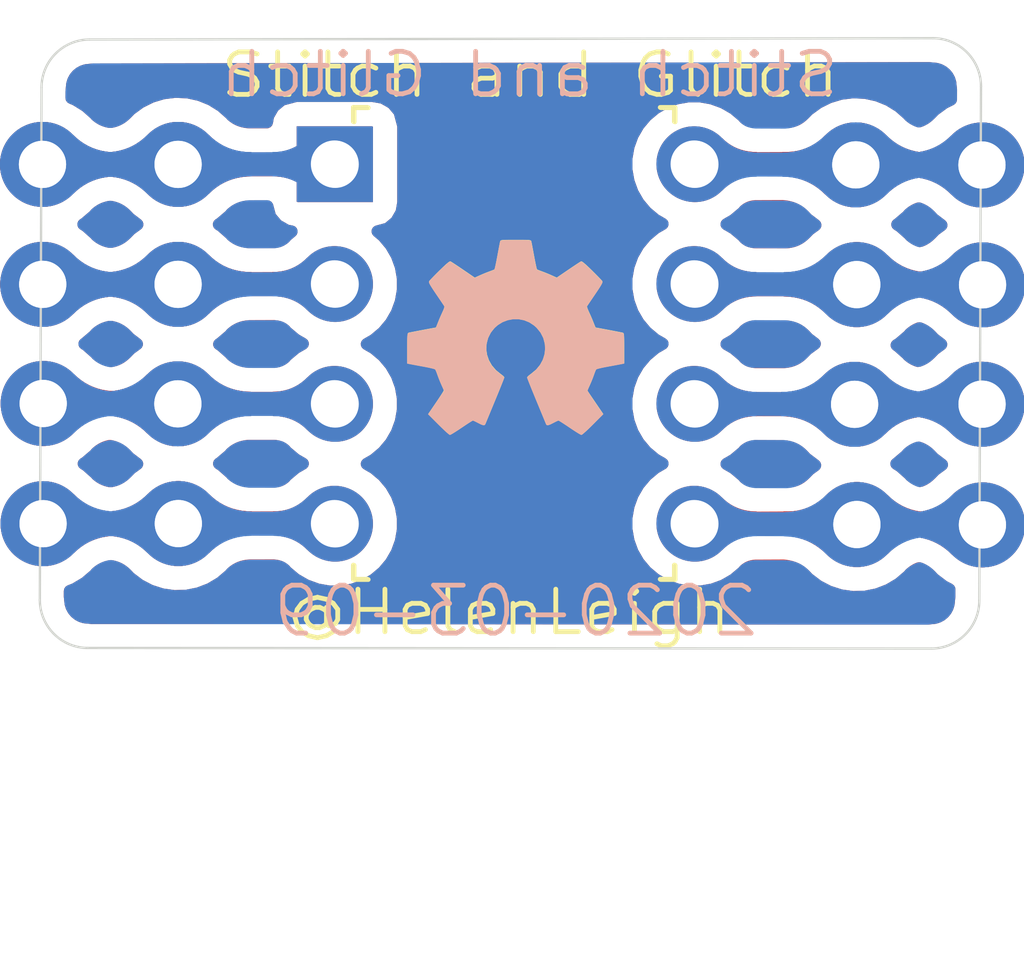
<source format=kicad_pcb>
(kicad_pcb (version 20200119) (host pcbnew "(5.99.0-1221-g4a6c03e7f)")
  (layers (0 "F.Cu" signal) (31 "B.Cu" signal) (34 "B.Paste" user) (35 "F.Paste" user) (36 "B.SilkS" user) (37 "F.SilkS" user) (38 "B.Mask" user) (39 "F.Mask" user) (44 "Edge.Cuts" user))
  (net 0 "")
  (net 1 "Net-(J1-Pad1)")
  (net 2 "+3V3")
  (net 3 "Net-(J4-Pad1)")
  (net 4 "Net-(J15-Pad1)")
  (net 5 "GND")
  (net 6 "Net-(J11-Pad1)")
  (module "Symbol:OSHW-Logo2_7.3x6mm_Copper" (layer "B.Cu") (at 118.97902 67.88904 180)
    (fp_text reference "REF**" hide)
    (fp_text value "OSHW-Logo2_7.3x6mm_Copper" hide)
  )
  (module "Symbol:OSHW-Logo2_7.3x6mm_Copper" (layer "F.Cu") (at 118.98122 67.88404)
    (fp_text reference "REF**" hide)
    (fp_text value "OSHW-Logo2_7.3x6mm_Copper" hide)
  )
  (module "touch:hole30AWG" (layer "F.Cu") (at 108.95584 63.52286)
    (fp_text reference "J15" hide)
    (fp_text value "Conn_01x01_Female" hide)
    (pad "1" thru_hole circle (at 0 0) (size 1.8 1.8) (drill 1) (layers "F.Cu" "F.Mask") (net 4 "Net-(J15-Pad1)"))
    (pad "1" thru_hole circle (at 0 0) (size 1.8 1.8) (drill 1) (layers "B.Cu" "B.Mask") (net 4 "Net-(J15-Pad1)"))
  )
  (module "digikey-footprints:DIP-8_W7.62mm" (layer "F.Cu") (at 115.14074 63.51524)
    (fp_text reference "U1" hide)
    (fp_text value "LM386" hide)
    (pad "8" thru_hole circle (at 7.62 0) (size 1.6 1.6) (drill 1) (layers *.Cu *.Mask) (net 6 "Net-(J11-Pad1)"))
    (pad "7" thru_hole circle (at 7.62 2.54) (size 1.6 1.6) (drill 1) (layers *.Cu *.Mask) (net 1 "Net-(J1-Pad1)"))
    (pad "6" thru_hole circle (at 7.62 5.08) (size 1.6 1.6) (drill 1) (layers *.Cu *.Mask) (net 2 "+3V3"))
    (pad "5" thru_hole circle (at 7.62 7.62) (size 1.6 1.6) (drill 1) (layers *.Cu *.Mask) (net 3 "Net-(J4-Pad1)"))
    (pad "4" thru_hole circle (at 0 7.62) (size 1.6 1.6) (drill 1) (layers *.Cu *.Mask) (net 5 "GND"))
    (pad "3" thru_hole circle (at 0 5.08) (size 1.6 1.6) (drill 1) (layers *.Cu *.Mask) (net 2 "+3V3"))
    (pad "2" thru_hole circle (at 0 2.54) (size 1.6 1.6) (drill 1) (layers *.Cu *.Mask) (net 5 "GND"))
    (pad "1" thru_hole rect (at 0 0) (size 1.6 1.6) (drill 1) (layers *.Cu *.Mask) (net 4 "Net-(J15-Pad1)"))
  )
  (module "touch:hole30AWG" (layer "F.Cu") (at 111.82858 63.52286)
    (fp_text reference "J8" hide)
    (fp_text value "Conn_01x01_Female" hide)
    (pad "1" thru_hole circle (at 0 0) (size 1.8 1.8) (drill 1) (layers "F.Cu" "F.Mask") (net 4 "Net-(J15-Pad1)"))
    (pad "1" thru_hole circle (at 0 0) (size 1.8 1.8) (drill 1) (layers "B.Cu" "B.Mask") (net 4 "Net-(J15-Pad1)"))
  )
  (module "touch:hole30AWG" (layer "F.Cu") (at 111.83366 71.13524)
    (fp_text reference "J16" hide)
    (fp_text value "Conn_01x01_Female" hide)
    (pad "1" thru_hole circle (at 0 0) (size 1.8 1.8) (drill 1) (layers "F.Cu" "F.Mask") (net 5 "GND"))
    (pad "1" thru_hole circle (at 0 0) (size 1.8 1.8) (drill 1) (layers "B.Cu" "B.Mask") (net 5 "GND"))
  )
  (module "touch:hole30AWG" (layer "F.Cu") (at 128.85674 63.53556)
    (fp_text reference "J14" hide)
    (fp_text value "Conn_01x01_Female" hide)
    (pad "1" thru_hole circle (at 0 0) (size 1.8 1.8) (drill 1) (layers "F.Cu" "F.Mask") (net 6 "Net-(J11-Pad1)"))
    (pad "1" thru_hole circle (at 0 0) (size 1.8 1.8) (drill 1) (layers "B.Cu" "B.Mask") (net 6 "Net-(J11-Pad1)"))
  )
  (module "touch:hole30AWG" (layer "F.Cu") (at 108.96092 66.0654)
    (fp_text reference "J13" hide)
    (fp_text value "Conn_01x01_Female" hide)
    (pad "1" thru_hole circle (at 0 0) (size 1.8 1.8) (drill 1) (layers "F.Cu" "F.Mask") (net 5 "GND"))
    (pad "1" thru_hole circle (at 0 0) (size 1.8 1.8) (drill 1) (layers "B.Cu" "B.Mask") (net 5 "GND"))
  )
  (module "touch:hole30AWG" (layer "F.Cu") (at 108.96854 71.13778)
    (fp_text reference "J12" hide)
    (fp_text value "Conn_01x01_Female" hide)
    (pad "1" thru_hole circle (at 0 0) (size 1.8 1.8) (drill 1) (layers "F.Cu" "F.Mask") (net 5 "GND"))
    (pad "1" thru_hole circle (at 0 0) (size 1.8 1.8) (drill 1) (layers "B.Cu" "B.Mask") (net 5 "GND"))
  )
  (module "touch:hole30AWG" (layer "F.Cu") (at 126.18466 63.53302)
    (fp_text reference "J11" hide)
    (fp_text value "Conn_01x01_Female" hide)
    (pad "1" thru_hole circle (at 0 0) (size 1.8 1.8) (drill 1) (layers "F.Cu" "F.Mask") (net 6 "Net-(J11-Pad1)"))
    (pad "1" thru_hole circle (at 0 0) (size 1.8 1.8) (drill 1) (layers "B.Cu" "B.Mask") (net 6 "Net-(J11-Pad1)"))
  )
  (module "touch:hole30AWG" (layer "F.Cu") (at 111.82858 66.0654)
    (fp_text reference "J10" hide)
    (fp_text value "Conn_01x01_Female" hide)
    (pad "1" thru_hole circle (at 0 0) (size 1.8 1.8) (drill 1) (layers "F.Cu" "F.Mask") (net 5 "GND"))
    (pad "1" thru_hole circle (at 0 0) (size 1.8 1.8) (drill 1) (layers "B.Cu" "B.Mask") (net 5 "GND"))
  )
  (module "touch:hole30AWG" (layer "F.Cu") (at 126.20752 71.15556)
    (fp_text reference "J9" hide)
    (fp_text value "Conn_01x01_Female" hide)
    (pad "1" thru_hole circle (at 0 0) (size 1.8 1.8) (drill 1) (layers "F.Cu" "F.Mask") (net 3 "Net-(J4-Pad1)"))
    (pad "1" thru_hole circle (at 0 0) (size 1.8 1.8) (drill 1) (layers "B.Cu" "B.Mask") (net 3 "Net-(J4-Pad1)"))
  )
  (module "touch:hole30AWG" (layer "F.Cu") (at 126.15926 68.60794)
    (fp_text reference "J7" hide)
    (fp_text value "Conn_01x01_Female" hide)
    (pad "1" thru_hole circle (at 0 0) (size 1.8 1.8) (drill 1) (layers "F.Cu" "F.Mask") (net 2 "+3V3"))
    (pad "1" thru_hole circle (at 0 0) (size 1.8 1.8) (drill 1) (layers "B.Cu" "B.Mask") (net 2 "+3V3"))
  )
  (module "touch:hole30AWG" (layer "F.Cu") (at 111.8235 68.59778)
    (fp_text reference "J6" hide)
    (fp_text value "Conn_01x01_Female" hide)
    (pad "1" thru_hole circle (at 0 0) (size 1.8 1.8) (drill 1) (layers "F.Cu" "F.Mask") (net 2 "+3V3"))
    (pad "1" thru_hole circle (at 0 0) (size 1.8 1.8) (drill 1) (layers "B.Cu" "B.Mask") (net 2 "+3V3"))
  )
  (module "touch:hole30AWG" (layer "F.Cu") (at 108.97108 68.59016)
    (fp_text reference "J5" hide)
    (fp_text value "Conn_01x01_Female" hide)
    (pad "1" thru_hole circle (at 0 0) (size 1.8 1.8) (drill 1) (layers "F.Cu" "F.Mask") (net 2 "+3V3"))
    (pad "1" thru_hole circle (at 0 0) (size 1.8 1.8) (drill 1) (layers "B.Cu" "B.Mask") (net 2 "+3V3"))
  )
  (module "touch:hole30AWG" (layer "F.Cu") (at 128.8669 71.16318)
    (fp_text reference "J4" hide)
    (fp_text value "Conn_01x01_Female" hide)
    (pad "1" thru_hole circle (at 0 0) (size 1.8 1.8) (drill 1) (layers "F.Cu" "F.Mask") (net 3 "Net-(J4-Pad1)"))
    (pad "1" thru_hole circle (at 0 0) (size 1.8 1.8) (drill 1) (layers "B.Cu" "B.Mask") (net 3 "Net-(J4-Pad1)"))
  )
  (module "touch:hole30AWG" (layer "F.Cu") (at 128.86944 66.07556)
    (fp_text reference "J3" hide)
    (fp_text value "Conn_01x01_Female" hide)
    (pad "1" thru_hole circle (at 0 0) (size 1.8 1.8) (drill 1) (layers "F.Cu" "F.Mask") (net 1 "Net-(J1-Pad1)"))
    (pad "1" thru_hole circle (at 0 0) (size 1.8 1.8) (drill 1) (layers "B.Cu" "B.Mask") (net 1 "Net-(J1-Pad1)"))
  )
  (module "touch:hole30AWG" (layer "F.Cu") (at 128.85928 68.6054)
    (fp_text reference "J2" hide)
    (fp_text value "Conn_01x01_Female" hide)
    (pad "1" thru_hole circle (at 0 0) (size 1.8 1.8) (drill 1) (layers "F.Cu" "F.Mask") (net 2 "+3V3"))
    (pad "1" thru_hole circle (at 0 0) (size 1.8 1.8) (drill 1) (layers "B.Cu" "B.Mask") (net 2 "+3V3"))
  )
  (module "touch:hole30AWG" (layer "F.Cu") (at 126.20498 66.07048)
    (fp_text reference "J1" hide)
    (fp_text value "Conn_01x01_Female" hide)
    (pad "1" thru_hole circle (at 0 0) (size 1.8 1.8) (drill 1) (layers "F.Cu" "F.Mask") (net 1 "Net-(J1-Pad1)"))
    (pad "1" thru_hole circle (at 0 0) (size 1.8 1.8) (drill 1) (layers "B.Cu" "B.Mask") (net 1 "Net-(J1-Pad1)"))
  )
  (module "digikey-footprints:DIP-8_W7.62mm" (layer "F.Cu") (at 115.156161 63.521741)
    (fp_text reference "U1" hide)
    (fp_text value "LM386" hide)
    (pad "8" thru_hole circle (at 7.62 0) (size 1.6 1.6) (drill 1) (layers *.Cu *.Mask) (net 6 "Net-(J11-Pad1)"))
    (pad "7" thru_hole circle (at 7.62 2.54) (size 1.6 1.6) (drill 1) (layers *.Cu *.Mask) (net 1 "Net-(J1-Pad1)"))
    (pad "6" thru_hole circle (at 7.62 5.08) (size 1.6 1.6) (drill 1) (layers *.Cu *.Mask) (net 2 "+3V3"))
    (pad "5" thru_hole circle (at 7.62 7.62) (size 1.6 1.6) (drill 1) (layers *.Cu *.Mask) (net 3 "Net-(J4-Pad1)"))
    (pad "4" thru_hole circle (at 0 7.62) (size 1.6 1.6) (drill 1) (layers *.Cu *.Mask) (net 5 "GND"))
    (pad "3" thru_hole circle (at 0 5.08) (size 1.6 1.6) (drill 1) (layers *.Cu *.Mask) (net 2 "+3V3"))
    (pad "2" thru_hole circle (at 0 2.54) (size 1.6 1.6) (drill 1) (layers *.Cu *.Mask) (net 5 "GND"))
    (pad "1" thru_hole rect (at 0 0) (size 1.6 1.6) (drill 1) (layers *.Cu *.Mask) (net 4 "Net-(J15-Pad1)"))
  )
  (gr_text "Stitch and Glitch" (at 119.26824 61.61532) (layer "B.SilkS") (effects (font (size 0.9 1.016) (thickness 0.1016)) (justify mirror)))
  (gr_text "@HelenLeigh" (at 118.82882 73.01484) (layer "F.SilkS") (effects (font (size 0.9 1) (thickness 0.1016))))
  (gr_text "2020-03-09" (at 118.98122 72.99198) (layer "B.SilkS") (effects (font (size 1.016 1.016) (thickness 0.1016)) (justify mirror)))
  (gr_text "Stitch and Glitch" (at 119.28348 61.62802) (layer "F.SilkS") (effects (font (size 0.9 1.016) (thickness 0.1016))))
  (gr_line (start 109.9185 73.77176) (end 127.78232 73.78446) (layer "Edge.Cuts") (width 0.05))
  (gr_line (start 127.81788 60.84824) (end 109.95406 60.87618) (layer "Edge.Cuts") (width 0.05))
  (gr_line (start 128.80086 72.76592) (end 128.83642 61.86678) (layer "Edge.Cuts") (width 0.05))
  (gr_line (start 108.93552 61.89472) (end 108.89996 72.75576) (layer "Edge.Cuts") (width 0.05))
  (gr_arc (start 109.9185 72.75322) (end 108.89996 72.75322) (angle -90) (layer "Edge.Cuts") (width 0.05))
  (gr_arc (start 127.78232 72.76592) (end 127.78232 73.78446) (angle -90) (layer "Edge.Cuts") (width 0.05))
  (gr_arc (start 127.81788 61.86678) (end 128.83642 61.86678) (angle -90) (layer "Edge.Cuts") (width 0.05))
  (gr_arc (start 109.95406 61.89472) (end 109.95406 60.87618) (angle -90) (layer "Edge.Cuts") (width 0.05))
  (segment (start 126.20752 71.15556) (end 128.8669 71.14794) (width 0.508) (layer "F.Cu") (net 3))
  (segment (start 126.15926 68.60794) (end 128.85928 68.61048) (width 0.508) (layer "F.Cu") (net 2))
  (segment (start 126.20498 66.07048) (end 128.86944 66.0654) (width 0.508) (layer "F.Cu") (net 1))
  (segment (start 126.18466 63.53302) (end 128.85674 63.53048) (width 0.508) (layer "F.Cu") (net 6))
  (segment (start 108.96854 71.13778) (end 111.83366 71.14032) (width 0.508) (layer "F.Cu") (net 5))
  (segment (start 108.97108 68.59016) (end 111.8235 68.58254) (width 0.508) (layer "F.Cu") (net 2))
  (segment (start 108.96092 66.0654) (end 111.82858 66.0654) (width 0.508) (layer "F.Cu") (net 5))
  (segment (start 108.95584 63.52286) (end 111.82858 63.52286) (width 0.508) (layer "F.Cu") (net 4))
  (segment (start 122.776161 71.141741) (end 126.20752 71.15556) (width 0.508) (layer "B.Cu") (net 3))
  (segment (start 122.76074 68.59524) (end 126.15926 68.60794) (width 0.508) (layer "B.Cu") (net 2))
  (segment (start 122.76074 66.05524) (end 126.20498 66.07048) (width 0.508) (layer "B.Cu") (net 1))
  (segment (start 122.776161 63.521741) (end 126.18466 63.53302) (width 0.508) (layer "B.Cu") (net 6))
  (segment (start 111.83366 71.13524) (end 115.156161 71.141741) (width 0.508) (layer "B.Cu") (net 5))
  (segment (start 111.82858 63.52286) (end 115.14074 63.51524) (width 0.508) (layer "B.Cu") (net 4))
  (segment (start 108.96092 66.0654) (end 111.82858 66.0654) (width 0.508) (layer "B.Cu") (net 5))
  (segment (start 108.97108 68.59016) (end 111.8235 68.59778) (width 0.508) (layer "B.Cu") (net 2))
  (segment (start 111.8235 68.59778) (end 115.156161 68.601741) (width 0.508) (layer "B.Cu") (net 2))
  (segment (start 108.96854 71.13778) (end 111.83366 71.13524) (width 0.508) (layer "B.Cu") (net 5))
  (segment (start 126.20752 71.15556) (end 128.8669 71.16318) (width 0.508) (layer "B.Cu") (net 3))
  (segment (start 126.15926 68.60794) (end 128.85928 68.6054) (width 0.508) (layer "B.Cu") (net 2))
  (segment (start 126.20498 66.07048) (end 128.86944 66.07556) (width 0.508) (layer "B.Cu") (net 1))
  (segment (start 126.18466 63.53302) (end 128.85674 63.53556) (width 0.508) (layer "B.Cu") (net 6))
  (segment (start 111.82858 66.0654) (end 115.156161 66.061741) (width 0.508) (layer "B.Cu") (net 5))
  (segment (start 108.95584 63.52286) (end 111.82858 63.52286) (width 0.508) (layer "B.Cu") (net 4))
  (segment (start 111.82858 63.52286) (end 115.156161 63.521741) (width 0.508) (layer "F.Cu") (net 4))
  (segment (start 111.82858 66.0654) (end 115.14074 66.05524) (width 0.508) (layer "F.Cu") (net 5))
  (segment (start 111.8235 68.59778) (end 115.14074 68.59524) (width 0.508) (layer "F.Cu") (net 2))
  (segment (start 122.776161 66.061741) (end 126.20498 66.07048) (width 0.508) (layer "F.Cu") (net 1))
  (segment (start 122.776161 68.601741) (end 126.15926 68.60794) (width 0.508) (layer "F.Cu") (net 2))
  (segment (start 122.776161 63.521741) (end 126.18466 63.510462) (width 0.508) (layer "F.Cu") (net 6))
  (segment (start 122.776161 71.141741) (end 126.20752 71.127922) (width 0.508) (layer "F.Cu") (net 3))
  (segment (start 111.83366 71.13524) (end 115.156161 71.128739) (width 0.508) (layer "F.Cu") (net 5))
  (zone (net 5) (net_name "GND") (layer "F.Cu") (priority 16962) (connect_pads yes (clearance 0.254)) (min_thickness 0.0254) (fill yes (thermal_gap 0.508) (thermal_bridge_width 0.508))
    (polygon (pts (xy 113.838508 71.385317) (xy 113.923494 71.38944) (xy 114.005861 71.399559) (xy 114.085609 71.415673) (xy 114.162739 71.437784) (xy 114.23725 71.46589) (xy 114.309142 71.499992) (xy 114.378415 71.540089) (xy 114.44507 71.586182) (xy 114.509106 71.638271) (xy 114.570523 71.696356) (xy 115.540739 71.134458) (xy 114.568332 70.576359) (xy 114.507142 70.634554) (xy 114.44331 70.686505) (xy 114.376835 70.732211) (xy 114.307717 70.771674) (xy 114.235957 70.804892) (xy 114.161553 70.831866) (xy 114.084507 70.852595) (xy 114.004819 70.867081) (xy 113.922488 70.875322) (xy 113.837514 70.877319)))
  )
  (zone (net 5) (net_name "GND") (layer "F.Cu") (priority 16962) (connect_pads yes (clearance 0.254)) (min_thickness 0.0254) (fill yes (thermal_gap 0.508) (thermal_bridge_width 0.508))
    (polygon (pts (xy 113.392733 70.878189) (xy 113.284865 70.87464) (xy 113.180577 70.863564) (xy 113.079869 70.844961) (xy 112.982741 70.818831) (xy 112.889193 70.785174) (xy 112.799225 70.74399) (xy 112.712837 70.695279) (xy 112.630029 70.639041) (xy 112.550801 70.575276) (xy 112.475154 70.503984) (xy 111.383661 71.13612) (xy 112.47762 71.763981) (xy 112.552988 71.692393) (xy 112.631965 71.628318) (xy 112.714552 71.571756) (xy 112.800749 71.522707) (xy 112.890555 71.481172) (xy 112.98397 71.447149) (xy 113.080995 71.420639) (xy 113.181629 71.401642) (xy 113.285873 71.390158) (xy 113.393727 71.386187)))
  )
  (zone (net 5) (net_name "GND") (layer "F.Cu") (priority 16962) (connect_pads yes (clearance 0.254)) (min_thickness 0.0254) (fill yes (thermal_gap 0.508) (thermal_bridge_width 0.508))
    (polygon (pts (xy 113.392733 70.878189) (xy 113.284865 70.87464) (xy 113.180577 70.863564) (xy 113.079869 70.844961) (xy 112.982741 70.818831) (xy 112.889193 70.785174) (xy 112.799225 70.74399) (xy 112.712837 70.695279) (xy 112.630029 70.639041) (xy 112.550801 70.575276) (xy 112.475154 70.503984) (xy 111.383661 71.13612) (xy 112.47762 71.763981) (xy 112.552988 71.692393) (xy 112.631965 71.628318) (xy 112.714552 71.571756) (xy 112.800749 71.522707) (xy 112.890555 71.481172) (xy 112.98397 71.447149) (xy 113.080995 71.420639) (xy 113.181629 71.401642) (xy 113.285873 71.390158) (xy 113.393727 71.386187)))
  )
  (zone (net 5) (net_name "GND") (layer "F.Cu") (priority 16962) (connect_pads yes (clearance 0.254)) (min_thickness 0.0254) (fill yes (thermal_gap 0.508) (thermal_bridge_width 0.508))
    (polygon (pts (xy 113.838508 71.385317) (xy 113.926424 71.390675) (xy 114.011412 71.401899) (xy 114.093474 71.418989) (xy 114.172608 71.441944) (xy 114.248816 71.470766) (xy 114.322096 71.505452) (xy 114.392448 71.546005) (xy 114.459874 71.592423) (xy 114.524372 71.644707) (xy 114.585944 71.702857) (xy 115.55616 71.140959) (xy 114.583753 70.58286) (xy 114.522409 70.64099) (xy 114.458114 70.692746) (xy 114.390868 70.738127) (xy 114.320671 70.777135) (xy 114.247522 70.809768) (xy 114.171423 70.836027) (xy 114.092372 70.855911) (xy 114.01037 70.869421) (xy 113.925418 70.876557) (xy 113.837514 70.877319)))
  )
  (zone (net 3) (net_name "Net-(J4-Pad1)") (layer "F.Cu") (priority 16962) (connect_pads yes (clearance 0.254)) (min_thickness 0.0254) (fill yes (thermal_gap 0.508) (thermal_bridge_width 0.508))
    (polygon (pts (xy 124.09328 70.882435) (xy 124.002428 70.878493) (xy 123.914799 70.868551) (xy 123.830393 70.852606) (xy 123.74921 70.830659) (xy 123.67125 70.802711) (xy 123.596513 70.768761) (xy 123.524999 70.728809) (xy 123.456707 70.682856) (xy 123.391639 70.630901) (xy 123.329794 70.572944) (xy 122.360744 71.13685) (xy 123.334304 71.692934) (xy 123.395681 71.634612) (xy 123.46033 71.582528) (xy 123.528252 71.536682) (xy 123.599446 71.497074) (xy 123.673912 71.463705) (xy 123.75165 71.436574) (xy 123.832661 71.41568) (xy 123.916944 71.401025) (xy 124.004498 71.392608) (xy 124.095326 71.39043)))
  )
  (zone (net 3) (net_name "Net-(J4-Pad1)") (layer "F.Cu") (priority 16962) (connect_pads yes (clearance 0.254)) (min_thickness 0.0254) (fill yes (thermal_gap 0.508) (thermal_bridge_width 0.508))
    (polygon (pts (xy 124.648983 71.3882) (xy 124.756857 71.396776) (xy 124.861168 71.412335) (xy 124.961914 71.434875) (xy 125.059096 71.464397) (xy 125.152713 71.5009) (xy 125.242766 71.544385) (xy 125.329255 71.594852) (xy 125.412179 71.652301) (xy 125.491538 71.716731) (xy 125.567334 71.788143) (xy 126.657516 71.153748) (xy 125.56226 70.528154) (xy 125.48704 70.599621) (xy 125.408195 70.663029) (xy 125.325725 70.71838) (xy 125.239631 70.765673) (xy 125.149911 70.804907) (xy 125.056566 70.836083) (xy 124.959596 70.859201) (xy 124.859001 70.87426) (xy 124.754781 70.881261) (xy 124.646937 70.880205)))
  )
  (zone (net 3) (net_name "Net-(J4-Pad1)") (layer "F.Cu") (priority 16962) (connect_pads yes (clearance 0.254)) (min_thickness 0.0254) (fill yes (thermal_gap 0.508) (thermal_bridge_width 0.508))
    (polygon (pts (xy 124.648983 71.3882) (xy 124.756857 71.396776) (xy 124.861168 71.412335) (xy 124.961914 71.434875) (xy 125.059096 71.464397) (xy 125.152713 71.5009) (xy 125.242766 71.544385) (xy 125.329255 71.594852) (xy 125.412179 71.652301) (xy 125.491538 71.716731) (xy 125.567334 71.788143) (xy 126.657516 71.153748) (xy 125.56226 70.528154) (xy 125.48704 70.599621) (xy 125.408195 70.663029) (xy 125.325725 70.71838) (xy 125.239631 70.765673) (xy 125.149911 70.804907) (xy 125.056566 70.836083) (xy 124.959596 70.859201) (xy 124.859001 70.87426) (xy 124.754781 70.881261) (xy 124.646937 70.880205)))
  )
  (zone (net 3) (net_name "Net-(J4-Pad1)") (layer "F.Cu") (priority 16962) (connect_pads yes (clearance 0.254)) (min_thickness 0.0254) (fill yes (thermal_gap 0.508) (thermal_bridge_width 0.508))
    (polygon (pts (xy 124.09328 70.882435) (xy 124.005358 70.879729) (xy 123.920351 70.870891) (xy 123.838258 70.855921) (xy 123.75908 70.83482) (xy 123.682816 70.807587) (xy 123.609467 70.774222) (xy 123.539032 70.734725) (xy 123.471512 70.689097) (xy 123.406906 70.637337) (xy 123.345215 70.579445) (xy 122.376165 71.143351) (xy 123.349725 71.699435) (xy 123.410948 71.641048) (xy 123.475134 71.588769) (xy 123.542285 71.542598) (xy 123.6124 71.502535) (xy 123.685478 71.468581) (xy 123.76152 71.440734) (xy 123.840526 71.418996) (xy 123.922495 71.403366) (xy 124.007428 71.393844) (xy 124.095326 71.39043)))
  )
  (zone (net 6) (net_name "Net-(J11-Pad1)") (layer "F.Cu") (priority 16962) (connect_pads yes (clearance 0.254)) (min_thickness 0.0254) (fill yes (thermal_gap 0.508) (thermal_bridge_width 0.508))
    (polygon (pts (xy 124.093466 63.263381) (xy 124.002616 63.259376) (xy 123.914993 63.249372) (xy 123.830598 63.233369) (xy 123.74943 63.211365) (xy 123.67149 63.183363) (xy 123.596776 63.14936) (xy 123.525291 63.109358) (xy 123.457032 63.063356) (xy 123.392001 63.011354) (xy 123.330198 62.953353) (xy 122.360743 63.516563) (xy 123.333904 64.073346) (xy 123.395323 64.015067) (xy 123.46001 63.96303) (xy 123.527964 63.917232) (xy 123.599187 63.877675) (xy 123.673677 63.844358) (xy 123.751435 63.817281) (xy 123.832461 63.796444) (xy 123.916755 63.781848) (xy 124.004317 63.773492) (xy 124.095147 63.771377)))
  )
  (zone (net 6) (net_name "Net-(J11-Pad1)") (layer "F.Cu") (priority 16962) (connect_pads yes (clearance 0.254)) (min_thickness 0.0254) (fill yes (thermal_gap 0.508) (thermal_bridge_width 0.508))
    (polygon (pts (xy 124.625936 63.769621) (xy 124.733808 63.77731) (xy 124.838111 63.792079) (xy 124.938844 63.81393) (xy 125.036007 63.842861) (xy 125.129601 63.878873) (xy 125.219624 63.921966) (xy 125.306078 63.972139) (xy 125.388961 64.029393) (xy 125.468275 64.093727) (xy 125.54402 64.165143) (xy 126.634657 63.531531) (xy 125.539851 62.905151) (xy 125.464579 62.976614) (xy 125.385688 63.040119) (xy 125.303177 63.095664) (xy 125.217047 63.143251) (xy 125.127298 63.182878) (xy 125.033928 63.214545) (xy 124.936939 63.238254) (xy 124.836331 63.254003) (xy 124.732102 63.261794) (xy 124.624255 63.261625)))
  )
  (zone (net 6) (net_name "Net-(J11-Pad1)") (layer "F.Cu") (priority 16962) (connect_pads yes (clearance 0.254)) (min_thickness 0.0254) (fill yes (thermal_gap 0.508) (thermal_bridge_width 0.508))
    (polygon (pts (xy 124.625936 63.769621) (xy 124.733808 63.77731) (xy 124.838111 63.792079) (xy 124.938844 63.81393) (xy 125.036007 63.842861) (xy 125.129601 63.878873) (xy 125.219624 63.921966) (xy 125.306078 63.972139) (xy 125.388961 64.029393) (xy 125.468275 64.093727) (xy 125.54402 64.165143) (xy 126.634657 63.531531) (xy 125.539851 62.905151) (xy 125.464579 62.976614) (xy 125.385688 63.040119) (xy 125.303177 63.095664) (xy 125.217047 63.143251) (xy 125.127298 63.182878) (xy 125.033928 63.214545) (xy 124.936939 63.238254) (xy 124.836331 63.254003) (xy 124.732102 63.261794) (xy 124.624255 63.261625)))
  )
  (zone (net 6) (net_name "Net-(J11-Pad1)") (layer "F.Cu") (priority 16962) (connect_pads yes (clearance 0.254)) (min_thickness 0.0254) (fill yes (thermal_gap 0.508) (thermal_bridge_width 0.508))
    (polygon (pts (xy 124.093466 63.263381) (xy 124.005546 63.260611) (xy 123.920545 63.251713) (xy 123.838463 63.236684) (xy 123.759299 63.215526) (xy 123.683055 63.188238) (xy 123.60973 63.154821) (xy 123.539324 63.115273) (xy 123.471836 63.069597) (xy 123.407268 63.01779) (xy 123.345619 62.959854) (xy 122.376164 63.523064) (xy 123.349325 64.079847) (xy 123.410589 64.021503) (xy 123.474814 63.969271) (xy 123.541997 63.923148) (xy 123.612141 63.883136) (xy 123.685243 63.849234) (xy 123.761305 63.821442) (xy 123.840326 63.79976) (xy 123.922307 63.784189) (xy 124.007247 63.774727) (xy 124.095147 63.771377)))
  )
  (zone (net 2) (net_name "+3V3") (layer "F.Cu") (priority 16962) (connect_pads yes (clearance 0.254)) (min_thickness 0.0254) (fill yes (thermal_gap 0.508) (thermal_bridge_width 0.508))
    (polygon (pts (xy 124.094777 68.350157) (xy 124.003942 68.3457) (xy 123.916367 68.335259) (xy 123.83205 68.318834) (xy 123.750992 68.296424) (xy 123.673193 68.268029) (xy 123.598652 68.23365) (xy 123.527371 68.193286) (xy 123.459348 68.146938) (xy 123.394584 68.094605) (xy 123.333079 68.036288) (xy 122.360741 68.594508) (xy 123.331027 69.156285) (xy 123.392745 69.098322) (xy 123.457699 69.046616) (xy 123.52589 69.001164) (xy 123.597318 68.961968) (xy 123.671981 68.929028) (xy 123.749881 68.902342) (xy 123.831018 68.881912) (xy 123.915391 68.867738) (xy 124.003 68.859818) (xy 124.093846 68.858155)))
  )
  (zone (net 2) (net_name "+3V3") (layer "F.Cu") (priority 16962) (connect_pads yes (clearance 0.254)) (min_thickness 0.0254) (fill yes (thermal_gap 0.508) (thermal_bridge_width 0.508))
    (polygon (pts (xy 124.599225 68.859081) (xy 124.707078 68.863038) (xy 124.811323 68.874509) (xy 124.91196 68.893494) (xy 125.008988 68.919992) (xy 125.102408 68.954003) (xy 125.192219 68.995528) (xy 125.278422 69.044566) (xy 125.361016 69.101117) (xy 125.440001 69.165182) (xy 125.515379 69.236761) (xy 126.609259 68.608764) (xy 125.517687 67.976764) (xy 125.442048 68.048065) (xy 125.362828 68.11184) (xy 125.280027 68.168088) (xy 125.193645 68.21681) (xy 125.103683 68.258005) (xy 125.010139 68.291674) (xy 124.913014 68.317816) (xy 124.812309 68.336431) (xy 124.708022 68.34752) (xy 124.600155 68.351083)))
  )
  (zone (net 2) (net_name "+3V3") (layer "F.Cu") (priority 16962) (connect_pads yes (clearance 0.254)) (min_thickness 0.0254) (fill yes (thermal_gap 0.508) (thermal_bridge_width 0.508))
    (polygon (pts (xy 124.599225 68.859081) (xy 124.707078 68.863038) (xy 124.811323 68.874509) (xy 124.91196 68.893494) (xy 125.008988 68.919992) (xy 125.102408 68.954003) (xy 125.192219 68.995528) (xy 125.278422 69.044566) (xy 125.361016 69.101117) (xy 125.440001 69.165182) (xy 125.515379 69.236761) (xy 126.609259 68.608764) (xy 125.517687 67.976764) (xy 125.442048 68.048065) (xy 125.362828 68.11184) (xy 125.280027 68.168088) (xy 125.193645 68.21681) (xy 125.103683 68.258005) (xy 125.010139 68.291674) (xy 124.913014 68.317816) (xy 124.812309 68.336431) (xy 124.708022 68.34752) (xy 124.600155 68.351083)))
  )
  (zone (net 2) (net_name "+3V3") (layer "F.Cu") (priority 16962) (connect_pads yes (clearance 0.254)) (min_thickness 0.0254) (fill yes (thermal_gap 0.508) (thermal_bridge_width 0.508))
    (polygon (pts (xy 124.094777 68.350157) (xy 124.006872 68.346935) (xy 123.921918 68.3376) (xy 123.839914 68.322149) (xy 123.760861 68.300585) (xy 123.684758 68.272905) (xy 123.611606 68.239111) (xy 123.541404 68.199202) (xy 123.474152 68.153179) (xy 123.40985 68.101041) (xy 123.3485 68.042789) (xy 122.376162 68.601009) (xy 123.346448 69.162786) (xy 123.408011 69.104758) (xy 123.472503 69.052857) (xy 123.539923 69.00708) (xy 123.610271 68.967429) (xy 123.683547 68.933903) (xy 123.759751 68.906503) (xy 123.838883 68.885228) (xy 123.920942 68.870078) (xy 124.00593 68.861054) (xy 124.093846 68.858155)))
  )
  (zone (net 1) (net_name "Net-(J1-Pad1)") (layer "F.Cu") (priority 16962) (connect_pads yes (clearance 0.254)) (min_thickness 0.0254) (fill yes (thermal_gap 0.508) (thermal_bridge_width 0.508))
    (polygon (pts (xy 124.094957 65.811102) (xy 124.004124 65.806582) (xy 123.916555 65.796081) (xy 123.832249 65.779596) (xy 123.751207 65.75713) (xy 123.673428 65.728681) (xy 123.598911 65.694249) (xy 123.527658 65.653835) (xy 123.459669 65.607438) (xy 123.394942 65.555059) (xy 123.333479 65.496698) (xy 122.360742 66.054221) (xy 123.330625 66.616694) (xy 123.392384 66.558775) (xy 123.457376 66.507115) (xy 123.5256 66.461711) (xy 123.597056 66.422566) (xy 123.671743 66.389677) (xy 123.749663 66.363047) (xy 123.830815 66.342673) (xy 123.915198 66.328558) (xy 124.002814 66.320699) (xy 124.093662 66.319099)))
  )
  (zone (net 1) (net_name "Net-(J1-Pad1)") (layer "F.Cu") (priority 16962) (connect_pads yes (clearance 0.254)) (min_thickness 0.0254) (fill yes (thermal_gap 0.508) (thermal_bridge_width 0.508))
    (polygon (pts (xy 124.644765 66.320504) (xy 124.752615 66.324538) (xy 124.856852 66.336084) (xy 124.957475 66.35514) (xy 125.054485 66.381708) (xy 125.14788 66.415786) (xy 125.237661 66.457375) (xy 125.323829 66.506474) (xy 125.406382 66.563085) (xy 125.485322 66.627206) (xy 125.560648 66.698839) (xy 126.654978 66.071626) (xy 125.56386 65.438844) (xy 125.48817 65.510091) (xy 125.408904 65.573809) (xy 125.326063 65.629998) (xy 125.239646 65.678658) (xy 125.149654 65.719789) (xy 125.056086 65.753391) (xy 124.958943 65.779463) (xy 124.858224 65.798006) (xy 124.75393 65.809021) (xy 124.64606 65.812506)))
  )
  (zone (net 1) (net_name "Net-(J1-Pad1)") (layer "F.Cu") (priority 16962) (connect_pads yes (clearance 0.254)) (min_thickness 0.0254) (fill yes (thermal_gap 0.508) (thermal_bridge_width 0.508))
    (polygon (pts (xy 124.644765 66.320504) (xy 124.752615 66.324538) (xy 124.856852 66.336084) (xy 124.957475 66.35514) (xy 125.054485 66.381708) (xy 125.14788 66.415786) (xy 125.237661 66.457375) (xy 125.323829 66.506474) (xy 125.406382 66.563085) (xy 125.485322 66.627206) (xy 125.560648 66.698839) (xy 126.654978 66.071626) (xy 125.56386 65.438844) (xy 125.48817 65.510091) (xy 125.408904 65.573809) (xy 125.326063 65.629998) (xy 125.239646 65.678658) (xy 125.149654 65.719789) (xy 125.056086 65.753391) (xy 124.958943 65.779463) (xy 124.858224 65.798006) (xy 124.75393 65.809021) (xy 124.64606 65.812506)))
  )
  (zone (net 1) (net_name "Net-(J1-Pad1)") (layer "F.Cu") (priority 16962) (connect_pads yes (clearance 0.254)) (min_thickness 0.0254) (fill yes (thermal_gap 0.508) (thermal_bridge_width 0.508))
    (polygon (pts (xy 124.094957 65.811102) (xy 124.007054 65.807817) (xy 123.922107 65.798421) (xy 123.840114 65.782912) (xy 123.761076 65.76129) (xy 123.684993 65.733556) (xy 123.611865 65.69971) (xy 123.541691 65.659751) (xy 123.474473 65.613679) (xy 123.410209 65.561495) (xy 123.3489 65.503199) (xy 122.376163 66.060722) (xy 123.346046 66.623195) (xy 123.407651 66.565211) (xy 123.47218 66.513355) (xy 123.539633 66.467627) (xy 123.610009 66.428026) (xy 123.683309 66.394553) (xy 123.759532 66.367207) (xy 123.838679 66.345989) (xy 123.92075 66.330898) (xy 124.005744 66.321934) (xy 124.093662 66.319099)))
  )
  (zone (net 2) (net_name "+3V3") (layer "F.Cu") (priority 16962) (connect_pads yes (clearance 0.254)) (min_thickness 0.0254) (fill yes (thermal_gap 0.508) (thermal_bridge_width 0.508))
    (polygon (pts (xy 113.822782 68.850249) (xy 113.910694 68.853241) (xy 113.995672 68.862356) (xy 114.077716 68.877593) (xy 114.156825 68.898953) (xy 114.232999 68.926435) (xy 114.306239 68.960038) (xy 114.376545 68.999765) (xy 114.443916 69.045613) (xy 114.508352 69.097584) (xy 114.569855 69.155677) (xy 115.540739 68.594934) (xy 114.568998 68.035678) (xy 114.507584 68.093865) (xy 114.443227 68.145934) (xy 114.375927 68.191886) (xy 114.305682 68.231719) (xy 114.232493 68.265436) (xy 114.156361 68.293034) (xy 114.077285 68.314514) (xy 113.995264 68.329877) (xy 113.9103 68.339122) (xy 113.822393 68.34225)))
  )
  (zone (net 2) (net_name "+3V3") (layer "F.Cu") (priority 16962) (connect_pads yes (clearance 0.254)) (min_thickness 0.0254) (fill yes (thermal_gap 0.508) (thermal_bridge_width 0.508))
    (polygon (pts (xy 113.382878 68.342586) (xy 113.275014 68.338908) (xy 113.170739 68.327708) (xy 113.070053 68.308985) (xy 112.972957 68.28274) (xy 112.879449 68.248971) (xy 112.78953 68.20768) (xy 112.7032 68.158866) (xy 112.620459 68.10253) (xy 112.541307 68.038671) (xy 112.465745 67.967289) (xy 111.373501 68.598124) (xy 112.46671 69.227287) (xy 112.542163 69.155789) (xy 112.621217 69.091808) (xy 112.703871 69.035345) (xy 112.790126 68.986399) (xy 112.879982 68.94497) (xy 112.973438 68.911058) (xy 113.070494 68.884664) (xy 113.171151 68.865787) (xy 113.275409 68.854427) (xy 113.383267 68.850585)))
  )
  (zone (net 2) (net_name "+3V3") (layer "F.Cu") (priority 16962) (connect_pads yes (clearance 0.254)) (min_thickness 0.0254) (fill yes (thermal_gap 0.508) (thermal_bridge_width 0.508))
    (polygon (pts (xy 113.382878 68.342586) (xy 113.275014 68.338908) (xy 113.170739 68.327708) (xy 113.070053 68.308985) (xy 112.972957 68.28274) (xy 112.879449 68.248971) (xy 112.78953 68.20768) (xy 112.7032 68.158866) (xy 112.620459 68.10253) (xy 112.541307 68.038671) (xy 112.465745 67.967289) (xy 111.373501 68.598124) (xy 112.46671 69.227287) (xy 112.542163 69.155789) (xy 112.621217 69.091808) (xy 112.703871 69.035345) (xy 112.790126 68.986399) (xy 112.879982 68.94497) (xy 112.973438 68.911058) (xy 113.070494 68.884664) (xy 113.171151 68.865787) (xy 113.275409 68.854427) (xy 113.383267 68.850585)))
  )
  (zone (net 2) (net_name "+3V3") (layer "F.Cu") (priority 16962) (connect_pads yes (clearance 0.254)) (min_thickness 0.0254) (fill yes (thermal_gap 0.508) (thermal_bridge_width 0.508))
    (polygon (pts (xy 113.822782 68.850249) (xy 113.913624 68.854476) (xy 114.001224 68.864697) (xy 114.08558 68.880909) (xy 114.166694 68.903113) (xy 114.244565 68.93131) (xy 114.319193 68.965499) (xy 114.390578 69.00568) (xy 114.45872 69.051854) (xy 114.523619 69.10402) (xy 114.585276 69.162178) (xy 115.55616 68.601435) (xy 114.584419 68.042179) (xy 114.522851 68.100301) (xy 114.458032 68.152175) (xy 114.38996 68.197801) (xy 114.318635 68.23718) (xy 114.244059 68.270311) (xy 114.16623 68.297194) (xy 114.085149 68.31783) (xy 114.000816 68.332218) (xy 113.91323 68.340357) (xy 113.822393 68.34225)))
  )
  (zone (net 5) (net_name "GND") (layer "F.Cu") (priority 16962) (connect_pads yes (clearance 0.254)) (min_thickness 0.0254) (fill yes (thermal_gap 0.508) (thermal_bridge_width 0.508))
    (polygon (pts (xy 113.823373 66.313282) (xy 113.911292 66.316072) (xy 113.99629 66.324991) (xy 114.078368 66.340039) (xy 114.157526 66.361217) (xy 114.233764 66.388523) (xy 114.307081 66.421958) (xy 114.377478 66.461522) (xy 114.444955 66.507215) (xy 114.509511 66.559037) (xy 114.571147 66.616989) (xy 115.540738 66.054014) (xy 114.567711 65.496996) (xy 114.506432 65.555324) (xy 114.442195 65.607541) (xy 114.375 65.653647) (xy 114.304847 65.693642) (xy 114.231736 65.727527) (xy 114.155668 65.7553) (xy 114.076641 65.776963) (xy 113.994656 65.792514) (xy 113.909714 65.801955) (xy 113.821814 65.805285)))
  )
  (zone (net 5) (net_name "GND") (layer "F.Cu") (priority 16962) (connect_pads yes (clearance 0.254)) (min_thickness 0.0254) (fill yes (thermal_gap 0.508) (thermal_bridge_width 0.508))
    (polygon (pts (xy 113.387366 65.806618) (xy 113.279494 65.803188) (xy 113.175194 65.792228) (xy 113.074465 65.773737) (xy 112.977308 65.747715) (xy 112.883723 65.714162) (xy 112.79371 65.673078) (xy 112.707268 65.624463) (xy 112.624398 65.568317) (xy 112.545099 65.50464) (xy 112.469373 65.433432) (xy 111.378583 66.06678) (xy 112.473238 66.693425) (xy 112.548526 66.621753) (xy 112.627432 66.557591) (xy 112.709956 66.500937) (xy 112.796098 66.451793) (xy 112.885858 66.410157) (xy 112.979236 66.376031) (xy 113.076231 66.349413) (xy 113.176845 66.330304) (xy 113.281076 66.318704) (xy 113.388925 66.314614)))
  )
  (zone (net 5) (net_name "GND") (layer "F.Cu") (priority 16962) (connect_pads yes (clearance 0.254)) (min_thickness 0.0254) (fill yes (thermal_gap 0.508) (thermal_bridge_width 0.508))
    (polygon (pts (xy 113.387366 65.806618) (xy 113.279494 65.803188) (xy 113.175194 65.792228) (xy 113.074465 65.773737) (xy 112.977308 65.747715) (xy 112.883723 65.714162) (xy 112.79371 65.673078) (xy 112.707268 65.624463) (xy 112.624398 65.568317) (xy 112.545099 65.50464) (xy 112.469373 65.433432) (xy 111.378583 66.06678) (xy 112.473238 66.693425) (xy 112.548526 66.621753) (xy 112.627432 66.557591) (xy 112.709956 66.500937) (xy 112.796098 66.451793) (xy 112.885858 66.410157) (xy 112.979236 66.376031) (xy 113.076231 66.349413) (xy 113.176845 66.330304) (xy 113.281076 66.318704) (xy 113.388925 66.314614)))
  )
  (zone (net 5) (net_name "GND") (layer "F.Cu") (priority 16962) (connect_pads yes (clearance 0.254)) (min_thickness 0.0254) (fill yes (thermal_gap 0.508) (thermal_bridge_width 0.508))
    (polygon (pts (xy 113.823373 66.313282) (xy 113.914222 66.317307) (xy 114.001842 66.327331) (xy 114.086233 66.343355) (xy 114.167396 66.365377) (xy 114.24533 66.393399) (xy 114.320035 66.427419) (xy 114.391511 66.467438) (xy 114.459759 66.513456) (xy 114.524778 66.565473) (xy 114.586568 66.62349) (xy 115.556159 66.060515) (xy 114.583132 65.503497) (xy 114.521698 65.56176) (xy 114.456999 65.613782) (xy 114.389033 65.659563) (xy 114.317801 65.699103) (xy 114.243302 65.732403) (xy 114.165537 65.759461) (xy 114.084506 65.780278) (xy 114.000208 65.794855) (xy 113.912644 65.80319) (xy 113.821814 65.805285)))
  )
  (zone (net 4) (net_name "Net-(J15-Pad1)") (layer "F.Cu") (priority 16962) (connect_pads yes (clearance 0.254)) (min_thickness 0.0254) (fill yes (thermal_gap 0.508) (thermal_bridge_width 0.508))
    (polygon (pts (xy 113.838094 63.776184) (xy 113.923075 63.777979) (xy 114.005427 63.786025) (xy 114.085151 63.800322) (xy 114.162246 63.82087) (xy 114.236713 63.84767) (xy 114.308551 63.88072) (xy 114.37776 63.920021) (xy 114.44434 63.965574) (xy 114.508292 64.017377) (xy 114.569615 64.075432) (xy 115.540739 63.515106) (xy 114.569238 62.955433) (xy 114.507954 63.013658) (xy 114.444037 63.065895) (xy 114.377488 63.112143) (xy 114.308305 63.152401) (xy 114.23649 63.186671) (xy 114.162042 63.214952) (xy 114.084962 63.237243) (xy 114.005248 63.253546) (xy 113.922902 63.26386) (xy 113.837923 63.268185)))
  )
  (zone (net 4) (net_name "Net-(J15-Pad1)") (layer "F.Cu") (priority 16962) (connect_pads yes (clearance 0.254)) (min_thickness 0.0254) (fill yes (thermal_gap 0.508) (thermal_bridge_width 0.508))
    (polygon (pts (xy 113.388067 63.268336) (xy 113.280204 63.264612) (xy 113.175935 63.253367) (xy 113.075257 63.2346) (xy 112.978171 63.208313) (xy 112.884678 63.174505) (xy 112.794777 63.133175) (xy 112.708468 63.084324) (xy 112.625752 63.027952) (xy 112.546628 62.964058) (xy 112.471096 62.892644) (xy 111.378581 63.523011) (xy 112.47152 64.152643) (xy 112.547004 64.081177) (xy 112.626085 64.017231) (xy 112.708763 63.960803) (xy 112.795039 63.911894) (xy 112.884913 63.870504) (xy 112.978383 63.836632) (xy 113.075451 63.81028) (xy 113.176116 63.791446) (xy 113.280378 63.780131) (xy 113.388238 63.776335)))
  )
  (zone (net 4) (net_name "Net-(J15-Pad1)") (layer "F.Cu") (priority 16962) (connect_pads yes (clearance 0.254)) (min_thickness 0.0254) (fill yes (thermal_gap 0.508) (thermal_bridge_width 0.508))
    (polygon (pts (xy 113.388067 63.268336) (xy 113.280204 63.264612) (xy 113.175935 63.253367) (xy 113.075257 63.2346) (xy 112.978171 63.208313) (xy 112.884678 63.174505) (xy 112.794777 63.133175) (xy 112.708468 63.084324) (xy 112.625752 63.027952) (xy 112.546628 62.964058) (xy 112.471096 62.892644) (xy 111.378581 63.523011) (xy 112.47152 64.152643) (xy 112.547004 64.081177) (xy 112.626085 64.017231) (xy 112.708763 63.960803) (xy 112.795039 63.911894) (xy 112.884913 63.870504) (xy 112.978383 63.836632) (xy 113.075451 63.81028) (xy 113.176116 63.791446) (xy 113.280378 63.780131) (xy 113.388238 63.776335)))
  )
  (zone (net 4) (net_name "Net-(J15-Pad1)") (layer "F.Cu") (priority 16962) (connect_pads yes (clearance 0.254)) (min_thickness 0.0254) (fill yes (thermal_gap 0.508) (thermal_bridge_width 0.508))
    (polygon (pts (xy 113.838094 63.776184) (xy 113.926005 63.779214) (xy 114.010979 63.788365) (xy 114.093016 63.803637) (xy 114.172116 63.825031) (xy 114.248279 63.852545) (xy 114.321504 63.886181) (xy 114.391793 63.925937) (xy 114.459144 63.971815) (xy 114.523558 64.023813) (xy 114.585036 64.081933) (xy 115.55616 63.521607) (xy 114.584659 62.961934) (xy 114.52322 63.020094) (xy 114.458841 63.072136) (xy 114.391521 63.118059) (xy 114.321259 63.157862) (xy 114.248056 63.191547) (xy 114.171912 63.219112) (xy 114.092826 63.240559) (xy 114.0108 63.255886) (xy 113.925832 63.265095) (xy 113.837923 63.268185)))
  )
  (zone (net 4) (net_name "Net-(J15-Pad1)") (layer "B.Cu") (priority 16962) (connect_pads yes (clearance 0.254)) (min_thickness 0.0254) (fill yes (thermal_gap 0.508) (thermal_bridge_width 0.508))
    (polygon (pts (xy 110.515413 63.26886) (xy 110.407552 63.2651) (xy 110.303286 63.25382) (xy 110.202614 63.235019) (xy 110.105538 63.208699) (xy 110.012056 63.17486) (xy 109.922169 63.1335) (xy 109.835876 63.08462) (xy 109.753179 63.02822) (xy 109.674076 62.9643) (xy 109.598568 62.89286) (xy 108.50584 63.52286) (xy 109.598568 64.15286) (xy 109.674076 64.08142) (xy 109.753179 64.0175) (xy 109.835876 63.961099) (xy 109.922169 63.912219) (xy 110.012056 63.87086) (xy 110.105538 63.83702) (xy 110.202614 63.8107) (xy 110.303286 63.7919) (xy 110.407552 63.78062) (xy 110.515413 63.77686)))
  )
  (zone (net 4) (net_name "Net-(J15-Pad1)") (layer "B.Cu") (priority 16962) (connect_pads yes (clearance 0.254)) (min_thickness 0.0254) (fill yes (thermal_gap 0.508) (thermal_bridge_width 0.508))
    (polygon (pts (xy 110.515413 63.26886) (xy 110.407552 63.2651) (xy 110.303286 63.25382) (xy 110.202614 63.235019) (xy 110.105538 63.208699) (xy 110.012056 63.17486) (xy 109.922169 63.1335) (xy 109.835876 63.08462) (xy 109.753179 63.02822) (xy 109.674076 62.9643) (xy 109.598568 62.89286) (xy 108.50584 63.52286) (xy 109.598568 64.15286) (xy 109.674076 64.08142) (xy 109.753179 64.0175) (xy 109.835876 63.961099) (xy 109.922169 63.912219) (xy 110.012056 63.87086) (xy 110.105538 63.83702) (xy 110.202614 63.8107) (xy 110.303286 63.7919) (xy 110.407552 63.78062) (xy 110.515413 63.77686)))
  )
  (zone (net 4) (net_name "Net-(J15-Pad1)") (layer "B.Cu") (priority 16962) (connect_pads yes (clearance 0.254)) (min_thickness 0.0254) (fill yes (thermal_gap 0.508) (thermal_bridge_width 0.508))
    (polygon (pts (xy 110.269007 63.77686) (xy 110.376867 63.78062) (xy 110.481133 63.7919) (xy 110.581805 63.810699) (xy 110.678881 63.837019) (xy 110.772363 63.87086) (xy 110.86225 63.91222) (xy 110.948543 63.9611) (xy 111.03124 64.0175) (xy 111.110343 64.08142) (xy 111.185852 64.15286) (xy 112.27858 63.52286) (xy 111.185852 62.89286) (xy 111.110343 62.9643) (xy 111.03124 63.02822) (xy 110.948543 63.084619) (xy 110.86225 63.133499) (xy 110.772363 63.17486) (xy 110.678881 63.2087) (xy 110.581805 63.23502) (xy 110.481133 63.25382) (xy 110.376867 63.2651) (xy 110.269007 63.26886)))
  )
  (zone (net 4) (net_name "Net-(J15-Pad1)") (layer "B.Cu") (priority 16962) (connect_pads yes (clearance 0.254)) (min_thickness 0.0254) (fill yes (thermal_gap 0.508) (thermal_bridge_width 0.508))
    (polygon (pts (xy 110.269007 63.77686) (xy 110.376867 63.78062) (xy 110.481133 63.7919) (xy 110.581805 63.810699) (xy 110.678881 63.837019) (xy 110.772363 63.87086) (xy 110.86225 63.91222) (xy 110.948543 63.9611) (xy 111.03124 64.0175) (xy 111.110343 64.08142) (xy 111.185852 64.15286) (xy 112.27858 63.52286) (xy 111.185852 62.89286) (xy 111.110343 62.9643) (xy 111.03124 63.02822) (xy 110.948543 63.084619) (xy 110.86225 63.133499) (xy 110.772363 63.17486) (xy 110.678881 63.2087) (xy 110.581805 63.23502) (xy 110.481133 63.25382) (xy 110.376867 63.2651) (xy 110.269007 63.26886)))
  )
  (zone (net 5) (net_name "GND") (layer "B.Cu") (priority 16962) (connect_pads yes (clearance 0.254)) (min_thickness 0.0254) (fill yes (thermal_gap 0.508) (thermal_bridge_width 0.508))
    (polygon (pts (xy 113.838288 66.31719) (xy 113.923271 66.318918) (xy 114.005631 66.326899) (xy 114.085366 66.341133) (xy 114.162478 66.361621) (xy 114.236965 66.388362) (xy 114.308828 66.421357) (xy 114.378068 66.460604) (xy 114.444683 66.506105) (xy 114.508674 66.557859) (xy 114.570042 66.615867) (xy 115.540739 66.054801) (xy 114.568811 65.495869) (xy 114.507571 65.554141) (xy 114.443694 65.606427) (xy 114.37718 65.652726) (xy 114.308028 65.693038) (xy 114.236238 65.727364) (xy 114.161811 65.755703) (xy 114.084747 65.778055) (xy 114.005045 65.79442) (xy 113.922706 65.804799) (xy 113.83773 65.809191)))
  )
  (zone (net 5) (net_name "GND") (layer "B.Cu") (priority 16962) (connect_pads yes (clearance 0.254)) (min_thickness 0.0254) (fill yes (thermal_gap 0.508) (thermal_bridge_width 0.508))
    (polygon (pts (xy 113.387872 65.809686) (xy 113.280007 65.806044) (xy 113.175728 65.794879) (xy 113.075037 65.776189) (xy 112.977931 65.749976) (xy 112.884412 65.716239) (xy 112.79448 65.674978) (xy 112.708134 65.626193) (xy 112.625374 65.569884) (xy 112.546201 65.506051) (xy 112.470615 65.434694) (xy 111.378581 66.065894) (xy 112.472 66.694692) (xy 112.547429 66.623169) (xy 112.626462 66.559162) (xy 112.709097 66.502671) (xy 112.795336 66.453696) (xy 112.885177 66.412237) (xy 112.978622 66.378294) (xy 113.075669 66.351867) (xy 113.17632 66.332957) (xy 113.280574 66.321562) (xy 113.388431 66.317684)))
  )
  (zone (net 5) (net_name "GND") (layer "B.Cu") (priority 16962) (connect_pads yes (clearance 0.254)) (min_thickness 0.0254) (fill yes (thermal_gap 0.508) (thermal_bridge_width 0.508))
    (polygon (pts (xy 113.387872 65.809686) (xy 113.280007 65.806044) (xy 113.175728 65.794879) (xy 113.075037 65.776189) (xy 112.977931 65.749976) (xy 112.884412 65.716239) (xy 112.79448 65.674978) (xy 112.708134 65.626193) (xy 112.625374 65.569884) (xy 112.546201 65.506051) (xy 112.470615 65.434694) (xy 111.378581 66.065894) (xy 112.472 66.694692) (xy 112.547429 66.623169) (xy 112.626462 66.559162) (xy 112.709097 66.502671) (xy 112.795336 66.453696) (xy 112.885177 66.412237) (xy 112.978622 66.378294) (xy 113.075669 66.351867) (xy 113.17632 66.332957) (xy 113.280574 66.321562) (xy 113.388431 66.317684)))
  )
  (zone (net 5) (net_name "GND") (layer "B.Cu") (priority 16962) (connect_pads yes (clearance 0.254)) (min_thickness 0.0254) (fill yes (thermal_gap 0.508) (thermal_bridge_width 0.508))
    (polygon (pts (xy 113.838288 66.31719) (xy 113.926201 66.320153) (xy 114.011182 66.329239) (xy 114.093231 66.344449) (xy 114.172347 66.365782) (xy 114.248531 66.393238) (xy 114.321782 66.426817) (xy 114.392101 66.46652) (xy 114.459487 66.512346) (xy 114.523941 66.564295) (xy 114.585463 66.622368) (xy 115.55616 66.061302) (xy 114.584232 65.50237) (xy 114.522838 65.560577) (xy 114.458498 65.612668) (xy 114.391213 65.658642) (xy 114.320981 65.698499) (xy 114.247804 65.73224) (xy 114.171681 65.759863) (xy 114.092612 65.78137) (xy 114.010597 65.796761) (xy 113.925636 65.806034) (xy 113.83773 65.809191)))
  )
  (zone (net 6) (net_name "Net-(J11-Pad1)") (layer "B.Cu") (priority 16962) (connect_pads yes (clearance 0.254)) (min_thickness 0.0254) (fill yes (thermal_gap 0.508) (thermal_bridge_width 0.508))
    (polygon (pts (xy 127.296927 63.788077) (xy 127.404784 63.791939) (xy 127.509039 63.803318) (xy 127.609692 63.822214) (xy 127.706743 63.848626) (xy 127.800193 63.882555) (xy 127.890041 63.924) (xy 127.976286 63.972962) (xy 128.05893 64.029441) (xy 128.137972 64.093436) (xy 128.213413 64.164948) (xy 129.306739 63.535987) (xy 128.214611 62.90495) (xy 128.139035 62.976318) (xy 128.059871 63.040162) (xy 127.97712 63.096484) (xy 127.890781 63.145282) (xy 127.800855 63.186556) (xy 127.707341 63.220307) (xy 127.610239 63.246535) (xy 127.50955 63.265239) (xy 127.405273 63.27642) (xy 127.297409 63.280078)))
  )
  (zone (net 6) (net_name "Net-(J11-Pad1)") (layer "B.Cu") (priority 16962) (connect_pads yes (clearance 0.254)) (min_thickness 0.0254) (fill yes (thermal_gap 0.508) (thermal_bridge_width 0.508))
    (polygon (pts (xy 127.296927 63.788077) (xy 127.404784 63.791939) (xy 127.509039 63.803318) (xy 127.609692 63.822214) (xy 127.706743 63.848626) (xy 127.800193 63.882555) (xy 127.890041 63.924) (xy 127.976286 63.972962) (xy 128.05893 64.029441) (xy 128.137972 64.093436) (xy 128.213413 64.164948) (xy 129.306739 63.535987) (xy 128.214611 62.90495) (xy 128.139035 62.976318) (xy 128.059871 63.040162) (xy 127.97712 63.096484) (xy 127.890781 63.145282) (xy 127.800855 63.186556) (xy 127.707341 63.220307) (xy 127.610239 63.246535) (xy 127.50955 63.265239) (xy 127.405273 63.27642) (xy 127.297409 63.280078)))
  )
  (zone (net 6) (net_name "Net-(J11-Pad1)") (layer "B.Cu") (priority 16962) (connect_pads yes (clearance 0.254)) (min_thickness 0.0254) (fill yes (thermal_gap 0.508) (thermal_bridge_width 0.508))
    (polygon (pts (xy 127.744473 63.280503) (xy 127.636615 63.27664) (xy 127.53236 63.265261) (xy 127.431707 63.246365) (xy 127.334656 63.219953) (xy 127.241206 63.186024) (xy 127.151358 63.144579) (xy 127.065113 63.095617) (xy 126.982469 63.039138) (xy 126.903427 62.975143) (xy 126.827987 62.903632) (xy 125.734661 63.532593) (xy 126.826789 64.16363) (xy 126.902365 64.092261) (xy 126.981528 64.028417) (xy 127.064279 63.972095) (xy 127.150618 63.923298) (xy 127.240545 63.882023) (xy 127.334059 63.848272) (xy 127.43116 63.822044) (xy 127.531849 63.80334) (xy 127.636126 63.792159) (xy 127.743991 63.788502)))
  )
  (zone (net 6) (net_name "Net-(J11-Pad1)") (layer "B.Cu") (priority 16962) (connect_pads yes (clearance 0.254)) (min_thickness 0.0254) (fill yes (thermal_gap 0.508) (thermal_bridge_width 0.508))
    (polygon (pts (xy 127.744473 63.280503) (xy 127.636615 63.27664) (xy 127.53236 63.265261) (xy 127.431707 63.246365) (xy 127.334656 63.219953) (xy 127.241206 63.186024) (xy 127.151358 63.144579) (xy 127.065113 63.095617) (xy 126.982469 63.039138) (xy 126.903427 62.975143) (xy 126.827987 62.903632) (xy 125.734661 63.532593) (xy 126.826789 64.16363) (xy 126.902365 64.092261) (xy 126.981528 64.028417) (xy 127.064279 63.972095) (xy 127.150618 63.923298) (xy 127.240545 63.882023) (xy 127.334059 63.848272) (xy 127.43116 63.822044) (xy 127.531849 63.80334) (xy 127.636126 63.792159) (xy 127.743991 63.788502)))
  )
  (zone (net 1) (net_name "Net-(J1-Pad1)") (layer "B.Cu") (priority 16962) (connect_pads yes (clearance 0.254)) (min_thickness 0.0254) (fill yes (thermal_gap 0.508) (thermal_bridge_width 0.508))
    (polygon (pts (xy 127.309386 66.326586) (xy 127.417239 66.330551) (xy 127.521483 66.34203) (xy 127.622119 66.361022) (xy 127.719145 66.387527) (xy 127.812562 66.421545) (xy 127.90237 66.463076) (xy 127.988569 66.51212) (xy 128.071159 66.568678) (xy 128.15014 66.632749) (xy 128.225512 66.704333) (xy 129.319439 66.076417) (xy 128.227914 65.444336) (xy 128.152269 65.515631) (xy 128.073045 65.579401) (xy 127.99024 65.635643) (xy 127.903854 65.684358) (xy 127.813889 65.725547) (xy 127.720342 65.759209) (xy 127.623216 65.785344) (xy 127.522509 65.803952) (xy 127.418221 65.815033) (xy 127.310354 65.818588)))
  )
  (zone (net 1) (net_name "Net-(J1-Pad1)") (layer "B.Cu") (priority 16962) (connect_pads yes (clearance 0.254)) (min_thickness 0.0254) (fill yes (thermal_gap 0.508) (thermal_bridge_width 0.508))
    (polygon (pts (xy 127.309386 66.326586) (xy 127.417239 66.330551) (xy 127.521483 66.34203) (xy 127.622119 66.361022) (xy 127.719145 66.387527) (xy 127.812562 66.421545) (xy 127.90237 66.463076) (xy 127.988569 66.51212) (xy 128.071159 66.568678) (xy 128.15014 66.632749) (xy 128.225512 66.704333) (xy 129.319439 66.076417) (xy 128.227914 65.444336) (xy 128.152269 65.515631) (xy 128.073045 65.579401) (xy 127.99024 65.635643) (xy 127.903854 65.684358) (xy 127.813889 65.725547) (xy 127.720342 65.759209) (xy 127.623216 65.785344) (xy 127.522509 65.803952) (xy 127.418221 65.815033) (xy 127.310354 65.818588)))
  )
  (zone (net 1) (net_name "Net-(J1-Pad1)") (layer "B.Cu") (priority 16962) (connect_pads yes (clearance 0.254)) (min_thickness 0.0254) (fill yes (thermal_gap 0.508) (thermal_bridge_width 0.508))
    (polygon (pts (xy 127.765034 65.819454) (xy 127.65718 65.815488) (xy 127.552936 65.804009) (xy 127.4523 65.785017) (xy 127.355274 65.758512) (xy 127.261857 65.724494) (xy 127.172049 65.682963) (xy 127.08585 65.633919) (xy 127.00326 65.577361) (xy 126.924279 65.51329) (xy 126.848908 65.441707) (xy 125.754981 66.069623) (xy 126.846506 66.701704) (xy 126.92215 66.630408) (xy 127.001374 66.566638) (xy 127.084179 66.510396) (xy 127.170565 66.461681) (xy 127.260531 66.420492) (xy 127.354077 66.38683) (xy 127.451203 66.360695) (xy 127.55191 66.342087) (xy 127.656198 66.331006) (xy 127.764066 66.327452)))
  )
  (zone (net 1) (net_name "Net-(J1-Pad1)") (layer "B.Cu") (priority 16962) (connect_pads yes (clearance 0.254)) (min_thickness 0.0254) (fill yes (thermal_gap 0.508) (thermal_bridge_width 0.508))
    (polygon (pts (xy 127.765034 65.819454) (xy 127.65718 65.815488) (xy 127.552936 65.804009) (xy 127.4523 65.785017) (xy 127.355274 65.758512) (xy 127.261857 65.724494) (xy 127.172049 65.682963) (xy 127.08585 65.633919) (xy 127.00326 65.577361) (xy 126.924279 65.51329) (xy 126.848908 65.441707) (xy 125.754981 66.069623) (xy 126.846506 66.701704) (xy 126.92215 66.630408) (xy 127.001374 66.566638) (xy 127.084179 66.510396) (xy 127.170565 66.461681) (xy 127.260531 66.420492) (xy 127.354077 66.38683) (xy 127.451203 66.360695) (xy 127.55191 66.342087) (xy 127.656198 66.331006) (xy 127.764066 66.327452)))
  )
  (zone (net 2) (net_name "+3V3") (layer "B.Cu") (priority 16962) (connect_pads yes (clearance 0.254)) (min_thickness 0.0254) (fill yes (thermal_gap 0.508) (thermal_bridge_width 0.508))
    (polygon (pts (xy 127.718593 68.352473) (xy 127.610728 68.348814) (xy 127.506451 68.337632) (xy 127.405762 68.318927) (xy 127.308661 68.292698) (xy 127.215148 68.258946) (xy 127.125222 68.217671) (xy 127.038883 68.168872) (xy 126.956133 68.11255) (xy 126.87697 68.048704) (xy 126.801395 67.977336) (xy 125.709261 68.608363) (xy 126.80258 69.237335) (xy 126.87802 69.165823) (xy 126.957063 69.101829) (xy 127.039708 69.045351) (xy 127.125954 68.99639) (xy 127.215802 68.954945) (xy 127.309252 68.921017) (xy 127.406304 68.894606) (xy 127.506958 68.875711) (xy 127.611213 68.864333) (xy 127.719071 68.860472)))
  )
  (zone (net 2) (net_name "+3V3") (layer "B.Cu") (priority 16962) (connect_pads yes (clearance 0.254)) (min_thickness 0.0254) (fill yes (thermal_gap 0.508) (thermal_bridge_width 0.508))
    (polygon (pts (xy 127.718593 68.352473) (xy 127.610728 68.348814) (xy 127.506451 68.337632) (xy 127.405762 68.318927) (xy 127.308661 68.292698) (xy 127.215148 68.258946) (xy 127.125222 68.217671) (xy 127.038883 68.168872) (xy 126.956133 68.11255) (xy 126.87697 68.048704) (xy 126.801395 67.977336) (xy 125.709261 68.608363) (xy 126.80258 69.237335) (xy 126.87802 69.165823) (xy 126.957063 69.101829) (xy 127.039708 69.045351) (xy 127.125954 68.99639) (xy 127.215802 68.954945) (xy 127.309252 68.921017) (xy 127.406304 68.894606) (xy 127.506958 68.875711) (xy 127.611213 68.864333) (xy 127.719071 68.860472)))
  )
  (zone (net 2) (net_name "+3V3") (layer "B.Cu") (priority 16962) (connect_pads yes (clearance 0.254)) (min_thickness 0.0254) (fill yes (thermal_gap 0.508) (thermal_bridge_width 0.508))
    (polygon (pts (xy 127.299947 68.860867) (xy 127.407811 68.864525) (xy 127.512088 68.875707) (xy 127.612777 68.894412) (xy 127.709878 68.920641) (xy 127.803392 68.954393) (xy 127.893317 68.995668) (xy 127.979656 69.044467) (xy 128.062406 69.100789) (xy 128.141569 69.164635) (xy 128.217145 69.236004) (xy 129.309279 68.604977) (xy 128.21596 67.976005) (xy 128.140519 68.047516) (xy 128.061476 68.11151) (xy 127.978831 68.167988) (xy 127.892585 68.216949) (xy 127.802737 68.258394) (xy 127.709287 68.292322) (xy 127.612235 68.318733) (xy 127.511581 68.337628) (xy 127.407326 68.349006) (xy 127.299469 68.352868)))
  )
  (zone (net 2) (net_name "+3V3") (layer "B.Cu") (priority 16962) (connect_pads yes (clearance 0.254)) (min_thickness 0.0254) (fill yes (thermal_gap 0.508) (thermal_bridge_width 0.508))
    (polygon (pts (xy 127.299947 68.860867) (xy 127.407811 68.864525) (xy 127.512088 68.875707) (xy 127.612777 68.894412) (xy 127.709878 68.920641) (xy 127.803392 68.954393) (xy 127.893317 68.995668) (xy 127.979656 69.044467) (xy 128.062406 69.100789) (xy 128.141569 69.164635) (xy 128.217145 69.236004) (xy 129.309279 68.604977) (xy 128.21596 67.976005) (xy 128.140519 68.047516) (xy 128.061476 68.11151) (xy 127.978831 68.167988) (xy 127.892585 68.216949) (xy 127.802737 68.258394) (xy 127.709287 68.292322) (xy 127.612235 68.318733) (xy 127.511581 68.337628) (xy 127.407326 68.349006) (xy 127.299469 68.352868)))
  )
  (zone (net 3) (net_name "Net-(J4-Pad1)") (layer "B.Cu") (priority 16962) (connect_pads yes (clearance 0.254)) (min_thickness 0.0254) (fill yes (thermal_gap 0.508) (thermal_bridge_width 0.508))
    (polygon (pts (xy 127.767814 70.90603) (xy 127.659964 70.90196) (xy 127.555731 70.890382) (xy 127.455113 70.871293) (xy 127.358113 70.844695) (xy 127.264728 70.810588) (xy 127.17496 70.76897) (xy 127.088808 70.719843) (xy 127.006273 70.663207) (xy 126.927353 70.59906) (xy 126.852051 70.527405) (xy 125.757522 71.154271) (xy 126.84844 71.787399) (xy 126.924152 71.716175) (xy 127.003438 71.652482) (xy 127.086297 71.596319) (xy 127.172729 71.547686) (xy 127.262734 71.506584) (xy 127.356313 71.473012) (xy 127.453464 71.44697) (xy 127.554189 71.428459) (xy 127.658487 71.417477) (xy 127.766359 71.414027)))
  )
  (zone (net 3) (net_name "Net-(J4-Pad1)") (layer "B.Cu") (priority 16962) (connect_pads yes (clearance 0.254)) (min_thickness 0.0254) (fill yes (thermal_gap 0.508) (thermal_bridge_width 0.508))
    (polygon (pts (xy 127.767814 70.90603) (xy 127.659964 70.90196) (xy 127.555731 70.890382) (xy 127.455113 70.871293) (xy 127.358113 70.844695) (xy 127.264728 70.810588) (xy 127.17496 70.76897) (xy 127.088808 70.719843) (xy 127.006273 70.663207) (xy 126.927353 70.59906) (xy 126.852051 70.527405) (xy 125.757522 71.154271) (xy 126.84844 71.787399) (xy 126.924152 71.716175) (xy 127.003438 71.652482) (xy 127.086297 71.596319) (xy 127.172729 71.547686) (xy 127.262734 71.506584) (xy 127.356313 71.473012) (xy 127.453464 71.44697) (xy 127.554189 71.428459) (xy 127.658487 71.417477) (xy 127.766359 71.414027)))
  )
  (zone (net 3) (net_name "Net-(J4-Pad1)") (layer "B.Cu") (priority 16962) (connect_pads yes (clearance 0.254)) (min_thickness 0.0254) (fill yes (thermal_gap 0.508) (thermal_bridge_width 0.508))
    (polygon (pts (xy 127.306606 71.41271) (xy 127.414455 71.416779) (xy 127.518689 71.428357) (xy 127.619306 71.447446) (xy 127.716306 71.474044) (xy 127.809691 71.508151) (xy 127.899459 71.549769) (xy 127.985611 71.598896) (xy 128.068146 71.655532) (xy 128.147066 71.719679) (xy 128.222369 71.791335) (xy 129.316898 71.164469) (xy 128.22598 70.531341) (xy 128.150267 70.602564) (xy 128.070981 70.666257) (xy 127.988122 70.72242) (xy 127.90169 70.771053) (xy 127.811685 70.812155) (xy 127.718106 70.845727) (xy 127.620955 70.871769) (xy 127.52023 70.89028) (xy 127.415932 70.901262) (xy 127.308061 70.904713)))
  )
  (zone (net 3) (net_name "Net-(J4-Pad1)") (layer "B.Cu") (priority 16962) (connect_pads yes (clearance 0.254)) (min_thickness 0.0254) (fill yes (thermal_gap 0.508) (thermal_bridge_width 0.508))
    (polygon (pts (xy 127.306606 71.41271) (xy 127.414455 71.416779) (xy 127.518689 71.428357) (xy 127.619306 71.447446) (xy 127.716306 71.474044) (xy 127.809691 71.508151) (xy 127.899459 71.549769) (xy 127.985611 71.598896) (xy 128.068146 71.655532) (xy 128.147066 71.719679) (xy 128.222369 71.791335) (xy 129.316898 71.164469) (xy 128.22598 70.531341) (xy 128.150267 70.602564) (xy 128.070981 70.666257) (xy 127.988122 70.72242) (xy 127.90169 70.771053) (xy 127.811685 70.812155) (xy 127.718106 70.845727) (xy 127.620955 70.871769) (xy 127.52023 70.89028) (xy 127.415932 70.901262) (xy 127.308061 70.904713)))
  )
  (zone (net 5) (net_name "GND") (layer "B.Cu") (priority 16962) (connect_pads yes (clearance 0.254)) (min_thickness 0.0254) (fill yes (thermal_gap 0.508) (thermal_bridge_width 0.508))
    (polygon (pts (xy 110.274313 71.390622) (xy 110.382177 71.394286) (xy 110.486453 71.405473) (xy 110.587141 71.424184) (xy 110.684241 71.450418) (xy 110.777753 71.484175) (xy 110.867676 71.525456) (xy 110.954012 71.574259) (xy 111.03676 71.630586) (xy 111.115919 71.694435) (xy 111.191491 71.765809) (xy 112.283659 71.134842) (xy 111.190374 70.505811) (xy 111.114929 70.577317) (xy 111.035882 70.641307) (xy 110.953235 70.69778) (xy 110.866986 70.746737) (xy 110.777135 70.788177) (xy 110.683683 70.822099) (xy 110.58663 70.848505) (xy 110.485976 70.867395) (xy 110.38172 70.878767) (xy 110.273863 70.882623)))
  )
  (zone (net 5) (net_name "GND") (layer "B.Cu") (priority 16962) (connect_pads yes (clearance 0.254)) (min_thickness 0.0254) (fill yes (thermal_gap 0.508) (thermal_bridge_width 0.508))
    (polygon (pts (xy 110.274313 71.390622) (xy 110.382177 71.394286) (xy 110.486453 71.405473) (xy 110.587141 71.424184) (xy 110.684241 71.450418) (xy 110.777753 71.484175) (xy 110.867676 71.525456) (xy 110.954012 71.574259) (xy 111.03676 71.630586) (xy 111.115919 71.694435) (xy 111.191491 71.765809) (xy 112.283659 71.134842) (xy 111.190374 70.505811) (xy 111.114929 70.577317) (xy 111.035882 70.641307) (xy 110.953235 70.69778) (xy 110.866986 70.746737) (xy 110.777135 70.788177) (xy 110.683683 70.822099) (xy 110.58663 70.848505) (xy 110.485976 70.867395) (xy 110.38172 70.878767) (xy 110.273863 70.882623)))
  )
  (zone (net 5) (net_name "GND") (layer "B.Cu") (priority 16962) (connect_pads yes (clearance 0.254)) (min_thickness 0.0254) (fill yes (thermal_gap 0.508) (thermal_bridge_width 0.508))
    (polygon (pts (xy 110.527887 70.882398) (xy 110.420022 70.878733) (xy 110.315746 70.867546) (xy 110.215058 70.848835) (xy 110.117958 70.822601) (xy 110.024447 70.788844) (xy 109.934523 70.747563) (xy 109.848187 70.69876) (xy 109.765439 70.642433) (xy 109.68628 70.578584) (xy 109.610709 70.507211) (xy 108.518541 71.138178) (xy 109.611826 71.767209) (xy 109.68727 71.695702) (xy 109.766317 71.631712) (xy 109.848964 71.575239) (xy 109.935213 71.526282) (xy 110.025064 71.484843) (xy 110.118516 71.45092) (xy 110.215569 71.424514) (xy 110.316223 71.405625) (xy 110.420479 71.394252) (xy 110.528337 71.390397)))
  )
  (zone (net 5) (net_name "GND") (layer "B.Cu") (priority 16962) (connect_pads yes (clearance 0.254)) (min_thickness 0.0254) (fill yes (thermal_gap 0.508) (thermal_bridge_width 0.508))
    (polygon (pts (xy 110.527887 70.882398) (xy 110.420022 70.878733) (xy 110.315746 70.867546) (xy 110.215058 70.848835) (xy 110.117958 70.822601) (xy 110.024447 70.788844) (xy 109.934523 70.747563) (xy 109.848187 70.69876) (xy 109.765439 70.642433) (xy 109.68628 70.578584) (xy 109.610709 70.507211) (xy 108.518541 71.138178) (xy 109.611826 71.767209) (xy 109.68727 71.695702) (xy 109.766317 71.631712) (xy 109.848964 71.575239) (xy 109.935213 71.526282) (xy 110.025064 71.484843) (xy 110.118516 71.45092) (xy 110.215569 71.424514) (xy 110.316223 71.405625) (xy 110.420479 71.394252) (xy 110.528337 71.390397)))
  )
  (zone (net 2) (net_name "+3V3") (layer "B.Cu") (priority 16962) (connect_pads yes (clearance 0.254)) (min_thickness 0.0254) (fill yes (thermal_gap 0.508) (thermal_bridge_width 0.508))
    (polygon (pts (xy 113.837707 68.854174) (xy 113.922683 68.856103) (xy 114.005022 68.864279) (xy 114.084722 68.878701) (xy 114.161785 68.89937) (xy 114.236209 68.926285) (xy 114.307995 68.959447) (xy 114.377144 68.998855) (xy 114.443654 69.04451) (xy 114.507526 69.096412) (xy 114.568761 69.15456) (xy 115.540739 68.595715) (xy 114.570092 68.034562) (xy 114.508719 68.092693) (xy 114.444723 68.144832) (xy 114.378104 68.190977) (xy 114.308861 68.231128) (xy 114.236995 68.265286) (xy 114.162505 68.293451) (xy 114.085392 68.315622) (xy 114.005655 68.3318) (xy 113.923294 68.341984) (xy 113.838311 68.346175)))
  )
  (zone (net 2) (net_name "+3V3") (layer "B.Cu") (priority 16962) (connect_pads yes (clearance 0.254)) (min_thickness 0.0254) (fill yes (thermal_gap 0.508) (thermal_bridge_width 0.508))
    (polygon (pts (xy 113.383373 68.345634) (xy 113.275516 68.341745) (xy 113.171264 68.330342) (xy 113.070615 68.311422) (xy 112.97357 68.284987) (xy 112.880128 68.251036) (xy 112.79029 68.209569) (xy 112.704056 68.160586) (xy 112.621426 68.104088) (xy 112.542399 68.040074) (xy 112.466976 67.968545) (xy 111.373501 68.597246) (xy 112.465479 69.228543) (xy 112.541071 69.157192) (xy 112.62025 69.093366) (xy 112.703015 69.037065) (xy 112.789365 68.988287) (xy 112.879301 68.947034) (xy 112.972823 68.913305) (xy 113.069931 68.887101) (xy 113.170625 68.86842) (xy 113.274904 68.857264) (xy 113.38277 68.853633)))
  )
  (zone (net 2) (net_name "+3V3") (layer "B.Cu") (priority 16962) (connect_pads yes (clearance 0.254)) (min_thickness 0.0254) (fill yes (thermal_gap 0.508) (thermal_bridge_width 0.508))
    (polygon (pts (xy 113.383373 68.345634) (xy 113.275516 68.341745) (xy 113.171264 68.330342) (xy 113.070615 68.311422) (xy 112.97357 68.284987) (xy 112.880128 68.251036) (xy 112.79029 68.209569) (xy 112.704056 68.160586) (xy 112.621426 68.104088) (xy 112.542399 68.040074) (xy 112.466976 67.968545) (xy 111.373501 68.597246) (xy 112.465479 69.228543) (xy 112.541071 69.157192) (xy 112.62025 69.093366) (xy 112.703015 69.037065) (xy 112.789365 68.988287) (xy 112.879301 68.947034) (xy 112.972823 68.913305) (xy 113.069931 68.887101) (xy 113.170625 68.86842) (xy 113.274904 68.857264) (xy 113.38277 68.853633)))
  )
  (zone (net 2) (net_name "+3V3") (layer "B.Cu") (priority 16962) (connect_pads yes (clearance 0.254)) (min_thickness 0.0254) (fill yes (thermal_gap 0.508) (thermal_bridge_width 0.508))
    (polygon (pts (xy 113.837707 68.854174) (xy 113.925613 68.857338) (xy 114.010573 68.866619) (xy 114.092587 68.882016) (xy 114.171654 68.90353) (xy 114.247775 68.931161) (xy 114.320949 68.964908) (xy 114.391177 69.004771) (xy 114.458458 69.050751) (xy 114.522793 69.102848) (xy 114.584182 69.161061) (xy 115.55616 68.602216) (xy 114.585513 68.041063) (xy 114.523986 68.099129) (xy 114.459527 68.151073) (xy 114.392137 68.196893) (xy 114.321815 68.236589) (xy 114.248561 68.270162) (xy 114.172374 68.297611) (xy 114.093256 68.318937) (xy 114.011206 68.33414) (xy 113.926224 68.343219) (xy 113.838311 68.346175)))
  )
  (zone (net 2) (net_name "+3V3") (layer "B.Cu") (priority 16962) (connect_pads yes (clearance 0.254)) (min_thickness 0.0254) (fill yes (thermal_gap 0.508) (thermal_bridge_width 0.508))
    (polygon (pts (xy 110.263254 68.847612) (xy 110.371104 68.85166) (xy 110.475339 68.863218) (xy 110.57596 68.882287) (xy 110.672966 68.908866) (xy 110.766357 68.942956) (xy 110.856134 68.984556) (xy 110.942295 69.033666) (xy 111.024842 69.090287) (xy 111.103773 69.154418) (xy 111.179091 69.22606) (xy 112.273498 68.598982) (xy 111.182457 67.966066) (xy 111.106758 68.037304) (xy 111.027484 68.101012) (xy 110.944636 68.157191) (xy 110.858214 68.20584) (xy 110.768217 68.24696) (xy 110.674645 68.28055) (xy 110.577498 68.30661) (xy 110.476777 68.325141) (xy 110.372481 68.336143) (xy 110.264611 68.339615)))
  )
  (zone (net 2) (net_name "+3V3") (layer "B.Cu") (priority 16962) (connect_pads yes (clearance 0.254)) (min_thickness 0.0254) (fill yes (thermal_gap 0.508) (thermal_bridge_width 0.508))
    (polygon (pts (xy 110.263254 68.847612) (xy 110.371104 68.85166) (xy 110.475339 68.863218) (xy 110.57596 68.882287) (xy 110.672966 68.908866) (xy 110.766357 68.942956) (xy 110.856134 68.984556) (xy 110.942295 69.033666) (xy 111.024842 69.090287) (xy 111.103773 69.154418) (xy 111.179091 69.22606) (xy 112.273498 68.598982) (xy 111.182457 67.966066) (xy 111.106758 68.037304) (xy 111.027484 68.101012) (xy 110.944636 68.157191) (xy 110.858214 68.20584) (xy 110.768217 68.24696) (xy 110.674645 68.28055) (xy 110.577498 68.30661) (xy 110.476777 68.325141) (xy 110.372481 68.336143) (xy 110.264611 68.339615)))
  )
  (zone (net 2) (net_name "+3V3") (layer "B.Cu") (priority 16962) (connect_pads yes (clearance 0.254)) (min_thickness 0.0254) (fill yes (thermal_gap 0.508) (thermal_bridge_width 0.508))
    (polygon (pts (xy 110.531326 68.340328) (xy 110.423475 68.336279) (xy 110.31924 68.324721) (xy 110.218619 68.305652) (xy 110.121613 68.279073) (xy 110.028222 68.244983) (xy 109.938445 68.203383) (xy 109.852284 68.154273) (xy 109.769737 68.097652) (xy 109.690806 68.033521) (xy 109.615489 67.96188) (xy 108.521082 68.588958) (xy 109.612123 69.221874) (xy 109.687821 69.150635) (xy 109.767095 69.086927) (xy 109.849943 69.030748) (xy 109.936365 68.982099) (xy 110.026363 68.940979) (xy 110.119934 68.907389) (xy 110.217081 68.881329) (xy 110.317802 68.862798) (xy 110.422098 68.851796) (xy 110.529969 68.848325)))
  )
  (zone (net 2) (net_name "+3V3") (layer "B.Cu") (priority 16962) (connect_pads yes (clearance 0.254)) (min_thickness 0.0254) (fill yes (thermal_gap 0.508) (thermal_bridge_width 0.508))
    (polygon (pts (xy 110.531326 68.340328) (xy 110.423475 68.336279) (xy 110.31924 68.324721) (xy 110.218619 68.305652) (xy 110.121613 68.279073) (xy 110.028222 68.244983) (xy 109.938445 68.203383) (xy 109.852284 68.154273) (xy 109.769737 68.097652) (xy 109.690806 68.033521) (xy 109.615489 67.96188) (xy 108.521082 68.588958) (xy 109.612123 69.221874) (xy 109.687821 69.150635) (xy 109.767095 69.086927) (xy 109.849943 69.030748) (xy 109.936365 68.982099) (xy 110.026363 68.940979) (xy 110.119934 68.907389) (xy 110.217081 68.881329) (xy 110.317802 68.862798) (xy 110.422098 68.851796) (xy 110.529969 68.848325)))
  )
  (zone (net 5) (net_name "GND") (layer "B.Cu") (priority 16962) (connect_pads yes (clearance 0.254)) (min_thickness 0.0254) (fill yes (thermal_gap 0.508) (thermal_bridge_width 0.508))
    (polygon (pts (xy 110.520493 65.8114) (xy 110.412632 65.80764) (xy 110.308366 65.79636) (xy 110.207694 65.77756) (xy 110.110618 65.75124) (xy 110.017136 65.7174) (xy 109.927249 65.67604) (xy 109.840956 65.62716) (xy 109.758259 65.57076) (xy 109.679156 65.50684) (xy 109.603648 65.4354) (xy 108.51092 66.0654) (xy 109.603648 66.6954) (xy 109.679156 66.62396) (xy 109.758259 66.56004) (xy 109.840956 66.50364) (xy 109.927249 66.45476) (xy 110.017136 66.4134) (xy 110.110618 66.37956) (xy 110.207694 66.35324) (xy 110.308366 66.33444) (xy 110.412632 66.32316) (xy 110.520493 66.3194)))
  )
  (zone (net 5) (net_name "GND") (layer "B.Cu") (priority 16962) (connect_pads yes (clearance 0.254)) (min_thickness 0.0254) (fill yes (thermal_gap 0.508) (thermal_bridge_width 0.508))
    (polygon (pts (xy 110.520493 65.8114) (xy 110.412632 65.80764) (xy 110.308366 65.79636) (xy 110.207694 65.77756) (xy 110.110618 65.75124) (xy 110.017136 65.7174) (xy 109.927249 65.67604) (xy 109.840956 65.62716) (xy 109.758259 65.57076) (xy 109.679156 65.50684) (xy 109.603648 65.4354) (xy 108.51092 66.0654) (xy 109.603648 66.6954) (xy 109.679156 66.62396) (xy 109.758259 66.56004) (xy 109.840956 66.50364) (xy 109.927249 66.45476) (xy 110.017136 66.4134) (xy 110.110618 66.37956) (xy 110.207694 66.35324) (xy 110.308366 66.33444) (xy 110.412632 66.32316) (xy 110.520493 66.3194)))
  )
  (zone (net 5) (net_name "GND") (layer "B.Cu") (priority 16962) (connect_pads yes (clearance 0.254)) (min_thickness 0.0254) (fill yes (thermal_gap 0.508) (thermal_bridge_width 0.508))
    (polygon (pts (xy 110.269007 66.3194) (xy 110.376867 66.32316) (xy 110.481133 66.33444) (xy 110.581805 66.35324) (xy 110.678881 66.37956) (xy 110.772363 66.4134) (xy 110.86225 66.45476) (xy 110.948543 66.50364) (xy 111.03124 66.56004) (xy 111.110343 66.62396) (xy 111.185852 66.6954) (xy 112.27858 66.0654) (xy 111.185852 65.4354) (xy 111.110343 65.50684) (xy 111.03124 65.57076) (xy 110.948543 65.62716) (xy 110.86225 65.67604) (xy 110.772363 65.7174) (xy 110.678881 65.75124) (xy 110.581805 65.77756) (xy 110.481133 65.79636) (xy 110.376867 65.80764) (xy 110.269007 65.8114)))
  )
  (zone (net 5) (net_name "GND") (layer "B.Cu") (priority 16962) (connect_pads yes (clearance 0.254)) (min_thickness 0.0254) (fill yes (thermal_gap 0.508) (thermal_bridge_width 0.508))
    (polygon (pts (xy 110.269007 66.3194) (xy 110.376867 66.32316) (xy 110.481133 66.33444) (xy 110.581805 66.35324) (xy 110.678881 66.37956) (xy 110.772363 66.4134) (xy 110.86225 66.45476) (xy 110.948543 66.50364) (xy 111.03124 66.56004) (xy 111.110343 66.62396) (xy 111.185852 66.6954) (xy 112.27858 66.0654) (xy 111.185852 65.4354) (xy 111.110343 65.50684) (xy 111.03124 65.57076) (xy 110.948543 65.62716) (xy 110.86225 65.67604) (xy 110.772363 65.7174) (xy 110.678881 65.75124) (xy 110.581805 65.77756) (xy 110.481133 65.79636) (xy 110.376867 65.80764) (xy 110.269007 65.8114)))
  )
  (zone (net 4) (net_name "Net-(J15-Pad1)") (layer "B.Cu") (priority 16962) (connect_pads yes (clearance 0.254)) (min_thickness 0.0254) (fill yes (thermal_gap 0.508) (thermal_bridge_width 0.508))
    (polygon (pts (xy 113.823175 63.772271) (xy 113.911092 63.775128) (xy 113.996084 63.784113) (xy 114.07815 63.799224) (xy 114.157292 63.820462) (xy 114.233509 63.847827) (xy 114.3068 63.881318) (xy 114.377167 63.920936) (xy 114.444608 63.966681) (xy 114.509124 64.018553) (xy 114.570716 64.076552) (xy 115.540738 63.51432) (xy 114.568139 62.956556) (xy 114.506815 63.014837) (xy 114.442538 63.067005) (xy 114.375308 63.11306) (xy 114.305124 63.153002) (xy 114.231988 63.18683) (xy 114.155898 63.214545) (xy 114.076855 63.236147) (xy 113.994858 63.251636) (xy 113.909908 63.261011) (xy 113.822006 63.264274)))
  )
  (zone (net 4) (net_name "Net-(J15-Pad1)") (layer "B.Cu") (priority 16962) (connect_pads yes (clearance 0.254)) (min_thickness 0.0254) (fill yes (thermal_gap 0.508) (thermal_bridge_width 0.508))
    (polygon (pts (xy 113.387564 63.265273) (xy 113.279694 63.261761) (xy 113.175403 63.250721) (xy 113.074688 63.232153) (xy 112.977552 63.206056) (xy 112.883992 63.172431) (xy 112.79401 63.131278) (xy 112.707606 63.082597) (xy 112.624779 63.026387) (xy 112.545529 62.96265) (xy 112.469857 62.891384) (xy 111.378582 63.523895) (xy 112.472756 64.151379) (xy 112.548099 64.079765) (xy 112.627054 64.015663) (xy 112.709622 63.959073) (xy 112.795802 63.909995) (xy 112.885593 63.868428) (xy 112.978997 63.834373) (xy 113.076013 63.80783) (xy 113.176641 63.788798) (xy 113.280881 63.777279) (xy 113.388733 63.773271)))
  )
  (zone (net 4) (net_name "Net-(J15-Pad1)") (layer "B.Cu") (priority 16962) (connect_pads yes (clearance 0.254)) (min_thickness 0.0254) (fill yes (thermal_gap 0.508) (thermal_bridge_width 0.508))
    (polygon (pts (xy 113.387564 63.265273) (xy 113.279694 63.261761) (xy 113.175403 63.250721) (xy 113.074688 63.232153) (xy 112.977552 63.206056) (xy 112.883992 63.172431) (xy 112.79401 63.131278) (xy 112.707606 63.082597) (xy 112.624779 63.026387) (xy 112.545529 62.96265) (xy 112.469857 62.891384) (xy 111.378582 63.523895) (xy 112.472756 64.151379) (xy 112.548099 64.079765) (xy 112.627054 64.015663) (xy 112.709622 63.959073) (xy 112.795802 63.909995) (xy 112.885593 63.868428) (xy 112.978997 63.834373) (xy 113.076013 63.80783) (xy 113.176641 63.788798) (xy 113.280881 63.777279) (xy 113.388733 63.773271)))
  )
  (zone (net 4) (net_name "Net-(J15-Pad1)") (layer "B.Cu") (priority 16962) (connect_pads yes (clearance 0.254)) (min_thickness 0.0254) (fill yes (thermal_gap 0.508) (thermal_bridge_width 0.508))
    (polygon (pts (xy 113.823175 63.772271) (xy 113.914022 63.776363) (xy 114.001635 63.786453) (xy 114.086015 63.80254) (xy 114.167162 63.824623) (xy 114.245075 63.852703) (xy 114.319754 63.886779) (xy 114.3912 63.926852) (xy 114.459412 63.972922) (xy 114.524391 64.024989) (xy 114.586137 64.083053) (xy 115.556159 63.520821) (xy 114.58356 62.963057) (xy 114.522082 63.021273) (xy 114.457342 63.073246) (xy 114.389341 63.118976) (xy 114.318078 63.158462) (xy 114.243554 63.191706) (xy 114.165767 63.218706) (xy 114.084719 63.239463) (xy 114.00041 63.253976) (xy 113.912838 63.262246) (xy 113.822006 63.264274)))
  )
  (zone (net 5) (net_name "GND") (layer "B.Cu") (priority 16962) (connect_pads yes (clearance 0.254)) (min_thickness 0.0254) (fill yes (thermal_gap 0.508) (thermal_bridge_width 0.508))
    (polygon (pts (xy 113.837514 71.393161) (xy 113.922488 71.395157) (xy 114.004819 71.403398) (xy 114.084507 71.417884) (xy 114.161553 71.438613) (xy 114.235957 71.465587) (xy 114.307717 71.498805) (xy 114.376835 71.538268) (xy 114.44331 71.583974) (xy 114.507142 71.635925) (xy 114.568332 71.694121) (xy 115.540739 71.136022) (xy 114.570523 70.574124) (xy 114.509106 70.632208) (xy 114.44507 70.684297) (xy 114.378415 70.73039) (xy 114.309142 70.770488) (xy 114.23725 70.804589) (xy 114.162739 70.832695) (xy 114.085609 70.854806) (xy 114.005861 70.87092) (xy 113.923494 70.881039) (xy 113.838508 70.885163)))
  )
  (zone (net 5) (net_name "GND") (layer "B.Cu") (priority 16962) (connect_pads yes (clearance 0.254)) (min_thickness 0.0254) (fill yes (thermal_gap 0.508) (thermal_bridge_width 0.508))
    (polygon (pts (xy 113.393727 70.884293) (xy 113.285873 70.880321) (xy 113.181629 70.868837) (xy 113.080995 70.84984) (xy 112.98397 70.82333) (xy 112.890555 70.789308) (xy 112.800749 70.747772) (xy 112.714552 70.698723) (xy 112.631965 70.642161) (xy 112.552988 70.578086) (xy 112.47762 70.506499) (xy 111.383661 71.13436) (xy 112.475154 71.766496) (xy 112.550801 71.695203) (xy 112.630029 71.631438) (xy 112.712837 71.5752) (xy 112.799225 71.526489) (xy 112.889193 71.485305) (xy 112.982741 71.451648) (xy 113.079869 71.425518) (xy 113.180577 71.406915) (xy 113.284865 71.395839) (xy 113.392733 71.392291)))
  )
  (zone (net 5) (net_name "GND") (layer "B.Cu") (priority 16962) (connect_pads yes (clearance 0.254)) (min_thickness 0.0254) (fill yes (thermal_gap 0.508) (thermal_bridge_width 0.508))
    (polygon (pts (xy 113.393727 70.884293) (xy 113.285873 70.880321) (xy 113.181629 70.868837) (xy 113.080995 70.84984) (xy 112.98397 70.82333) (xy 112.890555 70.789308) (xy 112.800749 70.747772) (xy 112.714552 70.698723) (xy 112.631965 70.642161) (xy 112.552988 70.578086) (xy 112.47762 70.506499) (xy 111.383661 71.13436) (xy 112.475154 71.766496) (xy 112.550801 71.695203) (xy 112.630029 71.631438) (xy 112.712837 71.5752) (xy 112.799225 71.526489) (xy 112.889193 71.485305) (xy 112.982741 71.451648) (xy 113.079869 71.425518) (xy 113.180577 71.406915) (xy 113.284865 71.395839) (xy 113.392733 71.392291)))
  )
  (zone (net 5) (net_name "GND") (layer "B.Cu") (priority 16962) (connect_pads yes (clearance 0.254)) (min_thickness 0.0254) (fill yes (thermal_gap 0.508) (thermal_bridge_width 0.508))
    (polygon (pts (xy 113.837514 71.393161) (xy 113.925418 71.396392) (xy 114.01037 71.405739) (xy 114.092372 71.421199) (xy 114.171423 71.442774) (xy 114.247522 71.470463) (xy 114.320671 71.504266) (xy 114.390868 71.544183) (xy 114.458114 71.590215) (xy 114.522409 71.642361) (xy 114.583753 71.700622) (xy 115.55616 71.142523) (xy 114.585944 70.580625) (xy 114.524372 70.638644) (xy 114.459874 70.690538) (xy 114.392448 70.736306) (xy 114.322096 70.775948) (xy 114.248816 70.809465) (xy 114.172608 70.836856) (xy 114.093474 70.858121) (xy 114.011412 70.873261) (xy 113.926424 70.882274) (xy 113.838508 70.885163)))
  )
  (zone (net 6) (net_name "Net-(J11-Pad1)") (layer "B.Cu") (priority 16962) (connect_pads yes (clearance 0.254)) (min_thickness 0.0254) (fill yes (thermal_gap 0.508) (thermal_bridge_width 0.508))
    (polygon (pts (xy 124.095147 63.272105) (xy 124.004317 63.267518) (xy 123.916755 63.256952) (xy 123.832461 63.240406) (xy 123.751435 63.217879) (xy 123.673677 63.189372) (xy 123.599187 63.154885) (xy 123.527964 63.114417) (xy 123.46001 63.067969) (xy 123.395323 63.015542) (xy 123.333904 62.957134) (xy 122.360743 63.513917) (xy 123.330198 64.077127) (xy 123.392001 64.019255) (xy 123.457032 63.967644) (xy 123.525291 63.922292) (xy 123.596776 63.883199) (xy 123.67149 63.850367) (xy 123.74943 63.823794) (xy 123.830598 63.803481) (xy 123.914993 63.789428) (xy 124.002616 63.781634) (xy 124.093466 63.780101)))
  )
  (zone (net 6) (net_name "Net-(J11-Pad1)") (layer "B.Cu") (priority 16962) (connect_pads yes (clearance 0.254)) (min_thickness 0.0254) (fill yes (thermal_gap 0.508) (thermal_bridge_width 0.508))
    (polygon (pts (xy 124.624255 63.781857) (xy 124.732102 63.785974) (xy 124.836331 63.797599) (xy 124.936939 63.816732) (xy 125.033928 63.843373) (xy 125.127298 63.877522) (xy 125.217047 63.919179) (xy 125.303178 63.968344) (xy 125.385688 64.025018) (xy 125.464579 64.089199) (xy 125.539851 64.160889) (xy 126.634657 63.534509) (xy 125.54402 62.900897) (xy 125.468275 62.972086) (xy 125.388961 63.035744) (xy 125.306078 63.09187) (xy 125.219624 63.140464) (xy 125.129601 63.181527) (xy 125.036007 63.215057) (xy 124.938844 63.241056) (xy 124.838111 63.259522) (xy 124.733808 63.270457) (xy 124.625936 63.273861)))
  )
  (zone (net 6) (net_name "Net-(J11-Pad1)") (layer "B.Cu") (priority 16962) (connect_pads yes (clearance 0.254)) (min_thickness 0.0254) (fill yes (thermal_gap 0.508) (thermal_bridge_width 0.508))
    (polygon (pts (xy 124.624255 63.781857) (xy 124.732102 63.785974) (xy 124.836331 63.797599) (xy 124.936939 63.816732) (xy 125.033928 63.843373) (xy 125.127298 63.877522) (xy 125.217047 63.919179) (xy 125.303178 63.968344) (xy 125.385688 64.025018) (xy 125.464579 64.089199) (xy 125.539851 64.160889) (xy 126.634657 63.534509) (xy 125.54402 62.900897) (xy 125.468275 62.972086) (xy 125.388961 63.035744) (xy 125.306078 63.09187) (xy 125.219624 63.140464) (xy 125.129601 63.181527) (xy 125.036007 63.215057) (xy 124.938844 63.241056) (xy 124.838111 63.259522) (xy 124.733808 63.270457) (xy 124.625936 63.273861)))
  )
  (zone (net 6) (net_name "Net-(J11-Pad1)") (layer "B.Cu") (priority 16962) (connect_pads yes (clearance 0.254)) (min_thickness 0.0254) (fill yes (thermal_gap 0.508) (thermal_bridge_width 0.508))
    (polygon (pts (xy 124.095147 63.272105) (xy 124.007247 63.268754) (xy 123.922307 63.259292) (xy 123.840326 63.243721) (xy 123.761305 63.222039) (xy 123.685243 63.194248) (xy 123.612141 63.160345) (xy 123.541997 63.120333) (xy 123.474814 63.07421) (xy 123.410589 63.021978) (xy 123.349325 62.963635) (xy 122.376164 63.520418) (xy 123.345619 64.083628) (xy 123.407268 64.025691) (xy 123.471836 63.973885) (xy 123.539324 63.928208) (xy 123.60973 63.88866) (xy 123.683055 63.855243) (xy 123.759299 63.827955) (xy 123.838463 63.806797) (xy 123.920545 63.791768) (xy 124.005546 63.78287) (xy 124.093466 63.780101)))
  )
  (zone (net 1) (net_name "Net-(J1-Pad1)") (layer "B.Cu") (priority 16962) (connect_pads yes (clearance 0.254)) (min_thickness 0.0254) (fill yes (thermal_gap 0.508) (thermal_bridge_width 0.508))
    (polygon (pts (xy 124.080004 65.807075) (xy 123.992108 65.803626) (xy 123.907178 65.79407) (xy 123.825215 65.778407) (xy 123.746217 65.756637) (xy 123.670187 65.728761) (xy 123.597122 65.694777) (xy 123.527023 65.654687) (xy 123.459891 65.608489) (xy 123.395725 65.556185) (xy 123.334526 65.497774) (xy 122.360744 66.053471) (xy 123.32957 66.617762) (xy 123.391284 66.559894) (xy 123.45591 66.508159) (xy 123.523448 66.462558) (xy 123.593899 66.423089) (xy 123.667262 66.389753) (xy 123.743536 66.36255) (xy 123.822723 66.341481) (xy 123.904822 66.326544) (xy 123.989833 66.31774) (xy 124.077756 66.315069)))
  )
  (zone (net 1) (net_name "Net-(J1-Pad1)") (layer "B.Cu") (priority 16962) (connect_pads yes (clearance 0.254)) (min_thickness 0.0254) (fill yes (thermal_gap 0.508) (thermal_bridge_width 0.508))
    (polygon (pts (xy 124.644299 66.317576) (xy 124.752142 66.321813) (xy 124.856357 66.333554) (xy 124.956944 66.352799) (xy 125.053903 66.379548) (xy 125.147234 66.413802) (xy 125.236937 66.455559) (xy 125.323012 66.50482) (xy 125.40546 66.561586) (xy 125.484279 66.625855) (xy 125.559471 66.697629) (xy 126.654975 66.072471) (xy 125.565046 65.437643) (xy 125.489222 65.508748) (xy 125.409837 65.572317) (xy 125.326891 65.62835) (xy 125.240383 65.676848) (xy 125.150314 65.71781) (xy 125.056683 65.751236) (xy 124.959491 65.777126) (xy 124.858737 65.79548) (xy 124.754422 65.806299) (xy 124.646546 65.809582)))
  )
  (zone (net 1) (net_name "Net-(J1-Pad1)") (layer "B.Cu") (priority 16962) (connect_pads yes (clearance 0.254)) (min_thickness 0.0254) (fill yes (thermal_gap 0.508) (thermal_bridge_width 0.508))
    (polygon (pts (xy 124.644299 66.317576) (xy 124.752142 66.321813) (xy 124.856357 66.333554) (xy 124.956944 66.352799) (xy 125.053903 66.379548) (xy 125.147234 66.413802) (xy 125.236937 66.455559) (xy 125.323012 66.50482) (xy 125.40546 66.561586) (xy 125.484279 66.625855) (xy 125.559471 66.697629) (xy 126.654975 66.072471) (xy 125.565046 65.437643) (xy 125.489222 65.508748) (xy 125.409837 65.572317) (xy 125.326891 65.62835) (xy 125.240383 65.676848) (xy 125.150314 65.71781) (xy 125.056683 65.751236) (xy 124.959491 65.777126) (xy 124.858737 65.79548) (xy 124.754422 65.806299) (xy 124.646546 65.809582)))
  )
  (zone (net 1) (net_name "Net-(J1-Pad1)") (layer "B.Cu") (priority 16962) (connect_pads yes (clearance 0.254)) (min_thickness 0.0254) (fill yes (thermal_gap 0.508) (thermal_bridge_width 0.508))
    (polygon (pts (xy 124.080004 65.807075) (xy 123.995038 65.804861) (xy 123.91273 65.79641) (xy 123.833079 65.781723) (xy 123.756087 65.760798) (xy 123.681752 65.733637) (xy 123.610075 65.700238) (xy 123.541056 65.660603) (xy 123.474695 65.61473) (xy 123.410992 65.562621) (xy 123.349947 65.504275) (xy 122.376165 66.059972) (xy 123.344991 66.624263) (xy 123.406551 66.56633) (xy 123.470714 66.5144) (xy 123.537482 66.468474) (xy 123.606853 66.42855) (xy 123.678827 66.394629) (xy 123.753406 66.366711) (xy 123.830588 66.344796) (xy 123.910373 66.328884) (xy 123.992763 66.318975) (xy 124.077756 66.315069)))
  )
  (zone (net 2) (net_name "+3V3") (layer "B.Cu") (priority 16962) (connect_pads yes (clearance 0.254)) (min_thickness 0.0254) (fill yes (thermal_gap 0.508) (thermal_bridge_width 0.508))
    (polygon (pts (xy 124.079833 68.346168) (xy 123.991934 68.342779) (xy 123.906998 68.333282) (xy 123.825024 68.317675) (xy 123.746012 68.29596) (xy 123.669962 68.268135) (xy 123.596874 68.234202) (xy 123.526748 68.194159) (xy 123.459584 68.148008) (xy 123.395382 68.095748) (xy 123.334142 68.037379) (xy 122.360743 68.593746) (xy 123.329957 69.157371) (xy 123.391631 69.099461) (xy 123.456222 69.047682) (xy 123.523729 69.002034) (xy 123.594152 68.962516) (xy 123.667492 68.92913) (xy 123.743748 68.901875) (xy 123.82292 68.880751) (xy 123.905008 68.865757) (xy 123.990013 68.856895) (xy 124.077934 68.854164)))
  )
  (zone (net 2) (net_name "+3V3") (layer "B.Cu") (priority 16962) (connect_pads yes (clearance 0.254)) (min_thickness 0.0254) (fill yes (thermal_gap 0.508) (thermal_bridge_width 0.508))
    (polygon (pts (xy 124.598749 68.85611) (xy 124.706594 68.860273) (xy 124.810818 68.871942) (xy 124.911418 68.891118) (xy 125.008396 68.917801) (xy 125.10175 68.95199) (xy 125.191482 68.993685) (xy 125.277591 69.042887) (xy 125.360077 69.099596) (xy 125.438941 69.163811) (xy 125.514182 69.235533) (xy 126.609256 68.609621) (xy 125.518891 67.975543) (xy 125.443116 68.0467) (xy 125.363775 68.110324) (xy 125.280867 68.166414) (xy 125.194392 68.214971) (xy 125.104351 68.255995) (xy 125.010743 68.289486) (xy 124.913569 68.315443) (xy 124.812828 68.333866) (xy 124.708521 68.344757) (xy 124.600647 68.348114)))
  )
  (zone (net 2) (net_name "+3V3") (layer "B.Cu") (priority 16962) (connect_pads yes (clearance 0.254)) (min_thickness 0.0254) (fill yes (thermal_gap 0.508) (thermal_bridge_width 0.508))
    (polygon (pts (xy 124.598749 68.85611) (xy 124.706594 68.860273) (xy 124.810818 68.871942) (xy 124.911418 68.891118) (xy 125.008396 68.917801) (xy 125.10175 68.95199) (xy 125.191482 68.993685) (xy 125.277591 69.042887) (xy 125.360077 69.099596) (xy 125.438941 69.163811) (xy 125.514182 69.235533) (xy 126.609256 68.609621) (xy 125.518891 67.975543) (xy 125.443116 68.0467) (xy 125.363775 68.110324) (xy 125.280867 68.166414) (xy 125.194392 68.214971) (xy 125.104351 68.255995) (xy 125.010743 68.289486) (xy 124.913569 68.315443) (xy 124.812828 68.333866) (xy 124.708521 68.344757) (xy 124.600647 68.348114)))
  )
  (zone (net 2) (net_name "+3V3") (layer "B.Cu") (priority 16962) (connect_pads yes (clearance 0.254)) (min_thickness 0.0254) (fill yes (thermal_gap 0.508) (thermal_bridge_width 0.508))
    (polygon (pts (xy 124.079833 68.346168) (xy 123.994864 68.344014) (xy 123.91255 68.335622) (xy 123.832889 68.320991) (xy 123.755881 68.30012) (xy 123.681528 68.273011) (xy 123.609827 68.239663) (xy 123.540781 68.200075) (xy 123.474388 68.154249) (xy 123.410648 68.102184) (xy 123.349563 68.04388) (xy 122.376164 68.600247) (xy 123.345378 69.163872) (xy 123.406898 69.105897) (xy 123.471026 69.053923) (xy 123.537762 69.007949) (xy 123.607106 68.967977) (xy 123.679058 68.934006) (xy 123.753617 68.906036) (xy 123.830784 68.884066) (xy 123.91056 68.868098) (xy 123.992943 68.85813) (xy 124.077934 68.854164)))
  )
  (zone (net 3) (net_name "Net-(J4-Pad1)") (layer "B.Cu") (priority 16962) (connect_pads yes (clearance 0.254)) (min_thickness 0.0254) (fill yes (thermal_gap 0.508) (thermal_bridge_width 0.508))
    (polygon (pts (xy 124.095326 70.893052) (xy 124.004498 70.888402) (xy 123.916944 70.877775) (xy 123.832661 70.86117) (xy 123.75165 70.838586) (xy 123.673912 70.810025) (xy 123.599446 70.775485) (xy 123.528252 70.734967) (xy 123.46033 70.688471) (xy 123.395681 70.635997) (xy 123.334304 70.577546) (xy 122.360744 71.13363) (xy 123.329794 71.697536) (xy 123.391639 71.639708) (xy 123.456707 71.588143) (xy 123.524999 71.54284) (xy 123.596513 71.503798) (xy 123.67125 71.471018) (xy 123.74921 71.4445) (xy 123.830393 71.424244) (xy 123.914799 71.41025) (xy 124.002428 71.402517) (xy 124.09328 71.401047)))
  )
  (zone (net 3) (net_name "Net-(J4-Pad1)") (layer "B.Cu") (priority 16962) (connect_pads yes (clearance 0.254)) (min_thickness 0.0254) (fill yes (thermal_gap 0.508) (thermal_bridge_width 0.508))
    (polygon (pts (xy 124.646937 71.403277) (xy 124.754781 71.407471) (xy 124.859001 71.419171) (xy 124.959596 71.438376) (xy 125.056566 71.465087) (xy 125.149911 71.499303) (xy 125.239631 71.541024) (xy 125.325725 71.590251) (xy 125.408195 71.646984) (xy 125.48704 71.711222) (xy 125.56226 71.782966) (xy 126.657516 71.157372) (xy 125.567334 70.522977) (xy 125.491538 70.594112) (xy 125.412179 70.657713) (xy 125.329255 70.713779) (xy 125.242766 70.762312) (xy 125.152713 70.803309) (xy 125.059096 70.836773) (xy 124.961914 70.862701) (xy 124.861168 70.881096) (xy 124.756857 70.891956) (xy 124.648983 70.895282)))
  )
  (zone (net 3) (net_name "Net-(J4-Pad1)") (layer "B.Cu") (priority 16962) (connect_pads yes (clearance 0.254)) (min_thickness 0.0254) (fill yes (thermal_gap 0.508) (thermal_bridge_width 0.508))
    (polygon (pts (xy 124.646937 71.403277) (xy 124.754781 71.407471) (xy 124.859001 71.419171) (xy 124.959596 71.438376) (xy 125.056566 71.465087) (xy 125.149911 71.499303) (xy 125.239631 71.541024) (xy 125.325725 71.590251) (xy 125.408195 71.646984) (xy 125.48704 71.711222) (xy 125.56226 71.782966) (xy 126.657516 71.157372) (xy 125.567334 70.522977) (xy 125.491538 70.594112) (xy 125.412179 70.657713) (xy 125.329255 70.713779) (xy 125.242766 70.762312) (xy 125.152713 70.803309) (xy 125.059096 70.836773) (xy 124.961914 70.862701) (xy 124.861168 70.881096) (xy 124.756857 70.891956) (xy 124.648983 70.895282)))
  )
  (zone (net 3) (net_name "Net-(J4-Pad1)") (layer "B.Cu") (priority 16962) (connect_pads yes (clearance 0.254)) (min_thickness 0.0254) (fill yes (thermal_gap 0.508) (thermal_bridge_width 0.508))
    (polygon (pts (xy 124.095326 70.893052) (xy 124.007428 70.889637) (xy 123.922495 70.880115) (xy 123.840526 70.864485) (xy 123.76152 70.842747) (xy 123.685478 70.8149) (xy 123.6124 70.780946) (xy 123.542285 70.740883) (xy 123.475134 70.694712) (xy 123.410948 70.642433) (xy 123.349725 70.584047) (xy 122.376165 71.140131) (xy 123.345215 71.704037) (xy 123.406906 71.646144) (xy 123.471512 71.594384) (xy 123.539032 71.548756) (xy 123.609467 71.509259) (xy 123.682816 71.475894) (xy 123.75908 71.448661) (xy 123.838258 71.42756) (xy 123.920351 71.41259) (xy 124.005358 71.403752) (xy 124.09328 71.401047)))
  )
  (zone (net 4) (net_name "Net-(J15-Pad1)") (layer "F.Cu") (priority 16962) (connect_pads yes (clearance 0.254)) (min_thickness 0.0254) (fill yes (thermal_gap 0.508) (thermal_bridge_width 0.508))
    (polygon (pts (xy 110.515413 63.26886) (xy 110.407552 63.2651) (xy 110.303286 63.25382) (xy 110.202614 63.235019) (xy 110.105538 63.208699) (xy 110.012056 63.17486) (xy 109.922169 63.1335) (xy 109.835876 63.08462) (xy 109.753179 63.02822) (xy 109.674076 62.9643) (xy 109.598568 62.89286) (xy 108.50584 63.52286) (xy 109.598568 64.15286) (xy 109.674076 64.08142) (xy 109.753179 64.0175) (xy 109.835876 63.961099) (xy 109.922169 63.912219) (xy 110.012056 63.87086) (xy 110.105538 63.83702) (xy 110.202614 63.8107) (xy 110.303286 63.7919) (xy 110.407552 63.78062) (xy 110.515413 63.77686)))
  )
  (zone (net 4) (net_name "Net-(J15-Pad1)") (layer "F.Cu") (priority 16962) (connect_pads yes (clearance 0.254)) (min_thickness 0.0254) (fill yes (thermal_gap 0.508) (thermal_bridge_width 0.508))
    (polygon (pts (xy 110.515413 63.26886) (xy 110.407552 63.2651) (xy 110.303286 63.25382) (xy 110.202614 63.235019) (xy 110.105538 63.208699) (xy 110.012056 63.17486) (xy 109.922169 63.1335) (xy 109.835876 63.08462) (xy 109.753179 63.02822) (xy 109.674076 62.9643) (xy 109.598568 62.89286) (xy 108.50584 63.52286) (xy 109.598568 64.15286) (xy 109.674076 64.08142) (xy 109.753179 64.0175) (xy 109.835876 63.961099) (xy 109.922169 63.912219) (xy 110.012056 63.87086) (xy 110.105538 63.83702) (xy 110.202614 63.8107) (xy 110.303286 63.7919) (xy 110.407552 63.78062) (xy 110.515413 63.77686)))
  )
  (zone (net 4) (net_name "Net-(J15-Pad1)") (layer "F.Cu") (priority 16962) (connect_pads yes (clearance 0.254)) (min_thickness 0.0254) (fill yes (thermal_gap 0.508) (thermal_bridge_width 0.508))
    (polygon (pts (xy 110.269007 63.77686) (xy 110.376867 63.78062) (xy 110.481133 63.7919) (xy 110.581805 63.810699) (xy 110.678881 63.837019) (xy 110.772363 63.87086) (xy 110.86225 63.91222) (xy 110.948543 63.9611) (xy 111.03124 64.0175) (xy 111.110343 64.08142) (xy 111.185852 64.15286) (xy 112.27858 63.52286) (xy 111.185852 62.89286) (xy 111.110343 62.9643) (xy 111.03124 63.02822) (xy 110.948543 63.084619) (xy 110.86225 63.133499) (xy 110.772363 63.17486) (xy 110.678881 63.2087) (xy 110.581805 63.23502) (xy 110.481133 63.25382) (xy 110.376867 63.2651) (xy 110.269007 63.26886)))
  )
  (zone (net 4) (net_name "Net-(J15-Pad1)") (layer "F.Cu") (priority 16962) (connect_pads yes (clearance 0.254)) (min_thickness 0.0254) (fill yes (thermal_gap 0.508) (thermal_bridge_width 0.508))
    (polygon (pts (xy 110.269007 63.77686) (xy 110.376867 63.78062) (xy 110.481133 63.7919) (xy 110.581805 63.810699) (xy 110.678881 63.837019) (xy 110.772363 63.87086) (xy 110.86225 63.91222) (xy 110.948543 63.9611) (xy 111.03124 64.0175) (xy 111.110343 64.08142) (xy 111.185852 64.15286) (xy 112.27858 63.52286) (xy 111.185852 62.89286) (xy 111.110343 62.9643) (xy 111.03124 63.02822) (xy 110.948543 63.084619) (xy 110.86225 63.133499) (xy 110.772363 63.17486) (xy 110.678881 63.2087) (xy 110.581805 63.23502) (xy 110.481133 63.25382) (xy 110.376867 63.2651) (xy 110.269007 63.26886)))
  )
  (zone (net 5) (net_name "GND") (layer "F.Cu") (priority 16962) (connect_pads yes (clearance 0.254)) (min_thickness 0.0254) (fill yes (thermal_gap 0.508) (thermal_bridge_width 0.508))
    (polygon (pts (xy 110.520493 65.8114) (xy 110.412632 65.80764) (xy 110.308366 65.79636) (xy 110.207694 65.77756) (xy 110.110618 65.75124) (xy 110.017136 65.7174) (xy 109.927249 65.67604) (xy 109.840956 65.62716) (xy 109.758259 65.57076) (xy 109.679156 65.50684) (xy 109.603648 65.4354) (xy 108.51092 66.0654) (xy 109.603648 66.6954) (xy 109.679156 66.62396) (xy 109.758259 66.56004) (xy 109.840956 66.50364) (xy 109.927249 66.45476) (xy 110.017136 66.4134) (xy 110.110618 66.37956) (xy 110.207694 66.35324) (xy 110.308366 66.33444) (xy 110.412632 66.32316) (xy 110.520493 66.3194)))
  )
  (zone (net 5) (net_name "GND") (layer "F.Cu") (priority 16962) (connect_pads yes (clearance 0.254)) (min_thickness 0.0254) (fill yes (thermal_gap 0.508) (thermal_bridge_width 0.508))
    (polygon (pts (xy 110.520493 65.8114) (xy 110.412632 65.80764) (xy 110.308366 65.79636) (xy 110.207694 65.77756) (xy 110.110618 65.75124) (xy 110.017136 65.7174) (xy 109.927249 65.67604) (xy 109.840956 65.62716) (xy 109.758259 65.57076) (xy 109.679156 65.50684) (xy 109.603648 65.4354) (xy 108.51092 66.0654) (xy 109.603648 66.6954) (xy 109.679156 66.62396) (xy 109.758259 66.56004) (xy 109.840956 66.50364) (xy 109.927249 66.45476) (xy 110.017136 66.4134) (xy 110.110618 66.37956) (xy 110.207694 66.35324) (xy 110.308366 66.33444) (xy 110.412632 66.32316) (xy 110.520493 66.3194)))
  )
  (zone (net 5) (net_name "GND") (layer "F.Cu") (priority 16962) (connect_pads yes (clearance 0.254)) (min_thickness 0.0254) (fill yes (thermal_gap 0.508) (thermal_bridge_width 0.508))
    (polygon (pts (xy 110.269007 66.3194) (xy 110.376867 66.32316) (xy 110.481133 66.33444) (xy 110.581805 66.35324) (xy 110.678881 66.37956) (xy 110.772363 66.4134) (xy 110.86225 66.45476) (xy 110.948543 66.50364) (xy 111.03124 66.56004) (xy 111.110343 66.62396) (xy 111.185852 66.6954) (xy 112.27858 66.0654) (xy 111.185852 65.4354) (xy 111.110343 65.50684) (xy 111.03124 65.57076) (xy 110.948543 65.62716) (xy 110.86225 65.67604) (xy 110.772363 65.7174) (xy 110.678881 65.75124) (xy 110.581805 65.77756) (xy 110.481133 65.79636) (xy 110.376867 65.80764) (xy 110.269007 65.8114)))
  )
  (zone (net 5) (net_name "GND") (layer "F.Cu") (priority 16962) (connect_pads yes (clearance 0.254)) (min_thickness 0.0254) (fill yes (thermal_gap 0.508) (thermal_bridge_width 0.508))
    (polygon (pts (xy 110.269007 66.3194) (xy 110.376867 66.32316) (xy 110.481133 66.33444) (xy 110.581805 66.35324) (xy 110.678881 66.37956) (xy 110.772363 66.4134) (xy 110.86225 66.45476) (xy 110.948543 66.50364) (xy 111.03124 66.56004) (xy 111.110343 66.62396) (xy 111.185852 66.6954) (xy 112.27858 66.0654) (xy 111.185852 65.4354) (xy 111.110343 65.50684) (xy 111.03124 65.57076) (xy 110.948543 65.62716) (xy 110.86225 65.67604) (xy 110.772363 65.7174) (xy 110.678881 65.75124) (xy 110.581805 65.77756) (xy 110.481133 65.79636) (xy 110.376867 65.80764) (xy 110.269007 65.8114)))
  )
  (zone (net 2) (net_name "+3V3") (layer "F.Cu") (priority 16962) (connect_pads yes (clearance 0.254)) (min_thickness 0.0254) (fill yes (thermal_gap 0.508) (thermal_bridge_width 0.508))
    (polygon (pts (xy 110.264611 68.840705) (xy 110.372481 68.847072) (xy 110.476777 68.860664) (xy 110.577498 68.881481) (xy 110.674645 68.909523) (xy 110.768217 68.944789) (xy 110.858214 68.987281) (xy 110.944636 69.036997) (xy 111.027484 69.093937) (xy 111.106758 69.158103) (xy 111.182457 69.229494) (xy 112.273498 68.596578) (xy 111.179091 67.9695) (xy 111.103773 68.040989) (xy 111.024842 68.104662) (xy 110.942295 68.160521) (xy 110.856134 68.208565) (xy 110.766357 68.248793) (xy 110.672966 68.281206) (xy 110.57596 68.305804) (xy 110.475339 68.322587) (xy 110.371104 68.331555) (xy 110.263254 68.332708)))
  )
  (zone (net 2) (net_name "+3V3") (layer "F.Cu") (priority 16962) (connect_pads yes (clearance 0.254)) (min_thickness 0.0254) (fill yes (thermal_gap 0.508) (thermal_bridge_width 0.508))
    (polygon (pts (xy 110.264611 68.840705) (xy 110.372481 68.847072) (xy 110.476777 68.860664) (xy 110.577498 68.881481) (xy 110.674645 68.909523) (xy 110.768217 68.944789) (xy 110.858214 68.987281) (xy 110.944636 69.036997) (xy 111.027484 69.093937) (xy 111.106758 69.158103) (xy 111.182457 69.229494) (xy 112.273498 68.596578) (xy 111.179091 67.9695) (xy 111.103773 68.040989) (xy 111.024842 68.104662) (xy 110.942295 68.160521) (xy 110.856134 68.208565) (xy 110.766357 68.248793) (xy 110.672966 68.281206) (xy 110.57596 68.305804) (xy 110.475339 68.322587) (xy 110.371104 68.331555) (xy 110.263254 68.332708)))
  )
  (zone (net 2) (net_name "+3V3") (layer "F.Cu") (priority 16962) (connect_pads yes (clearance 0.254)) (min_thickness 0.0254) (fill yes (thermal_gap 0.508) (thermal_bridge_width 0.508))
    (polygon (pts (xy 110.529969 68.331995) (xy 110.422098 68.328523) (xy 110.317802 68.317521) (xy 110.217081 68.29899) (xy 110.119934 68.27293) (xy 110.026363 68.23934) (xy 109.936365 68.19822) (xy 109.849943 68.149571) (xy 109.767095 68.093392) (xy 109.687821 68.029684) (xy 109.612123 67.958446) (xy 108.521082 68.591362) (xy 109.615489 69.21844) (xy 109.690806 69.146798) (xy 109.769737 69.082667) (xy 109.852284 69.026046) (xy 109.938445 68.976936) (xy 110.028222 68.935336) (xy 110.121613 68.901246) (xy 110.218619 68.874667) (xy 110.31924 68.855598) (xy 110.423475 68.84404) (xy 110.531326 68.839992)))
  )
  (zone (net 2) (net_name "+3V3") (layer "F.Cu") (priority 16962) (connect_pads yes (clearance 0.254)) (min_thickness 0.0254) (fill yes (thermal_gap 0.508) (thermal_bridge_width 0.508))
    (polygon (pts (xy 110.529969 68.331995) (xy 110.422098 68.328523) (xy 110.317802 68.317521) (xy 110.217081 68.29899) (xy 110.119934 68.27293) (xy 110.026363 68.23934) (xy 109.936365 68.19822) (xy 109.849943 68.149571) (xy 109.767095 68.093392) (xy 109.687821 68.029684) (xy 109.612123 67.958446) (xy 108.521082 68.591362) (xy 109.615489 69.21844) (xy 109.690806 69.146798) (xy 109.769737 69.082667) (xy 109.852284 69.026046) (xy 109.938445 68.976936) (xy 110.028222 68.935336) (xy 110.121613 68.901246) (xy 110.218619 68.874667) (xy 110.31924 68.855598) (xy 110.423475 68.84404) (xy 110.531326 68.839992)))
  )
  (zone (net 5) (net_name "GND") (layer "F.Cu") (priority 16962) (connect_pads yes (clearance 0.254)) (min_thickness 0.0254) (fill yes (thermal_gap 0.508) (thermal_bridge_width 0.508))
    (polygon (pts (xy 110.273863 71.392937) (xy 110.38172 71.395827) (xy 110.485976 71.406336) (xy 110.58663 71.424463) (xy 110.683683 71.450209) (xy 110.777135 71.483573) (xy 110.866986 71.524555) (xy 110.953235 71.573156) (xy 111.035882 71.629375) (xy 111.114929 71.693213) (xy 111.190374 71.764669) (xy 112.283659 71.135638) (xy 111.191491 70.504671) (xy 111.115919 70.576094) (xy 111.03676 70.640097) (xy 110.954012 70.696677) (xy 110.867676 70.745836) (xy 110.777753 70.787574) (xy 110.684241 70.82189) (xy 110.587141 70.848784) (xy 110.486453 70.868257) (xy 110.382177 70.880308) (xy 110.274313 70.884938)))
  )
  (zone (net 5) (net_name "GND") (layer "F.Cu") (priority 16962) (connect_pads yes (clearance 0.254)) (min_thickness 0.0254) (fill yes (thermal_gap 0.508) (thermal_bridge_width 0.508))
    (polygon (pts (xy 110.273863 71.392937) (xy 110.38172 71.395827) (xy 110.485976 71.406336) (xy 110.58663 71.424463) (xy 110.683683 71.450209) (xy 110.777135 71.483573) (xy 110.866986 71.524555) (xy 110.953235 71.573156) (xy 111.035882 71.629375) (xy 111.114929 71.693213) (xy 111.190374 71.764669) (xy 112.283659 71.135638) (xy 111.191491 70.504671) (xy 111.115919 70.576094) (xy 111.03676 70.640097) (xy 110.954012 70.696677) (xy 110.867676 70.745836) (xy 110.777753 70.787574) (xy 110.684241 70.82189) (xy 110.587141 70.848784) (xy 110.486453 70.868257) (xy 110.382177 70.880308) (xy 110.274313 70.884938)))
  )
  (zone (net 5) (net_name "GND") (layer "F.Cu") (priority 16962) (connect_pads yes (clearance 0.254)) (min_thickness 0.0254) (fill yes (thermal_gap 0.508) (thermal_bridge_width 0.508))
    (polygon (pts (xy 110.528337 70.885163) (xy 110.420479 70.881307) (xy 110.316223 70.869935) (xy 110.215569 70.851045) (xy 110.118516 70.824639) (xy 110.025064 70.790717) (xy 109.935213 70.749277) (xy 109.848964 70.700321) (xy 109.766317 70.643847) (xy 109.68727 70.579857) (xy 109.611826 70.508351) (xy 108.518541 71.137382) (xy 109.610709 71.768349) (xy 109.68628 71.696975) (xy 109.765439 71.633126) (xy 109.848187 71.576799) (xy 109.934523 71.527996) (xy 110.024447 71.486715) (xy 110.117958 71.452958) (xy 110.215058 71.426724) (xy 110.315746 71.408013) (xy 110.420022 71.396826) (xy 110.527887 71.393162)))
  )
  (zone (net 5) (net_name "GND") (layer "F.Cu") (priority 16962) (connect_pads yes (clearance 0.254)) (min_thickness 0.0254) (fill yes (thermal_gap 0.508) (thermal_bridge_width 0.508))
    (polygon (pts (xy 110.528337 70.885163) (xy 110.420479 70.881307) (xy 110.316223 70.869935) (xy 110.215569 70.851045) (xy 110.118516 70.824639) (xy 110.025064 70.790717) (xy 109.935213 70.749277) (xy 109.848964 70.700321) (xy 109.766317 70.643847) (xy 109.68727 70.579857) (xy 109.611826 70.508351) (xy 108.518541 71.137382) (xy 109.610709 71.768349) (xy 109.68628 71.696975) (xy 109.765439 71.633126) (xy 109.848187 71.576799) (xy 109.934523 71.527996) (xy 110.024447 71.486715) (xy 110.117958 71.452958) (xy 110.215058 71.426724) (xy 110.315746 71.408013) (xy 110.420022 71.396826) (xy 110.527887 71.393162)))
  )
  (zone (net 6) (net_name "Net-(J11-Pad1)") (layer "F.Cu") (priority 16962) (connect_pads yes (clearance 0.254)) (min_thickness 0.0254) (fill yes (thermal_gap 0.508) (thermal_bridge_width 0.508))
    (polygon (pts (xy 127.297409 63.785962) (xy 127.405273 63.790584) (xy 127.50955 63.802629) (xy 127.610239 63.822095) (xy 127.707341 63.848983) (xy 127.800855 63.883293) (xy 127.890781 63.925025) (xy 127.97712 63.974178) (xy 128.059871 64.030754) (xy 128.139035 64.094751) (xy 128.214611 64.16617) (xy 129.306739 63.535133) (xy 128.213413 62.906172) (xy 128.137972 62.977632) (xy 128.05893 63.041475) (xy 127.976286 63.0977) (xy 127.890041 63.146306) (xy 127.800193 63.187294) (xy 127.706743 63.220664) (xy 127.609692 63.246416) (xy 127.509039 63.26455) (xy 127.404784 63.275065) (xy 127.296927 63.277963)))
  )
  (zone (net 6) (net_name "Net-(J11-Pad1)") (layer "F.Cu") (priority 16962) (connect_pads yes (clearance 0.254)) (min_thickness 0.0254) (fill yes (thermal_gap 0.508) (thermal_bridge_width 0.508))
    (polygon (pts (xy 127.297409 63.785962) (xy 127.405273 63.790584) (xy 127.50955 63.802629) (xy 127.610239 63.822095) (xy 127.707341 63.848983) (xy 127.800855 63.883293) (xy 127.890781 63.925025) (xy 127.97712 63.974178) (xy 128.059871 64.030754) (xy 128.139035 64.094751) (xy 128.214611 64.16617) (xy 129.306739 63.535133) (xy 128.213413 62.906172) (xy 128.137972 62.977632) (xy 128.05893 63.041475) (xy 127.976286 63.0977) (xy 127.890041 63.146306) (xy 127.800193 63.187294) (xy 127.706743 63.220664) (xy 127.609692 63.246416) (xy 127.509039 63.26455) (xy 127.404784 63.275065) (xy 127.296927 63.277963)))
  )
  (zone (net 6) (net_name "Net-(J11-Pad1)") (layer "F.Cu") (priority 16962) (connect_pads yes (clearance 0.254)) (min_thickness 0.0254) (fill yes (thermal_gap 0.508) (thermal_bridge_width 0.508))
    (polygon (pts (xy 127.743991 63.277538) (xy 127.636126 63.27388) (xy 127.531849 63.262699) (xy 127.43116 63.243995) (xy 127.334059 63.217767) (xy 127.240545 63.184016) (xy 127.150618 63.142742) (xy 127.064279 63.093944) (xy 126.981528 63.037622) (xy 126.902365 62.973778) (xy 126.826789 62.90241) (xy 125.734661 63.533447) (xy 126.827987 64.162408) (xy 126.903427 64.090896) (xy 126.982469 64.026901) (xy 127.065113 63.970422) (xy 127.151358 63.92146) (xy 127.241206 63.880015) (xy 127.334656 63.846086) (xy 127.431707 63.819674) (xy 127.53236 63.800778) (xy 127.636615 63.789399) (xy 127.744473 63.785537)))
  )
  (zone (net 6) (net_name "Net-(J11-Pad1)") (layer "F.Cu") (priority 16962) (connect_pads yes (clearance 0.254)) (min_thickness 0.0254) (fill yes (thermal_gap 0.508) (thermal_bridge_width 0.508))
    (polygon (pts (xy 127.743991 63.277538) (xy 127.636126 63.27388) (xy 127.531849 63.262699) (xy 127.43116 63.243995) (xy 127.334059 63.217767) (xy 127.240545 63.184016) (xy 127.150618 63.142742) (xy 127.064279 63.093944) (xy 126.981528 63.037622) (xy 126.902365 62.973778) (xy 126.826789 62.90241) (xy 125.734661 63.533447) (xy 126.827987 64.162408) (xy 126.903427 64.090896) (xy 126.982469 64.026901) (xy 127.065113 63.970422) (xy 127.151358 63.92146) (xy 127.241206 63.880015) (xy 127.334656 63.846086) (xy 127.431707 63.819674) (xy 127.53236 63.800778) (xy 127.636615 63.789399) (xy 127.744473 63.785537)))
  )
  (zone (net 1) (net_name "Net-(J1-Pad1)") (layer "F.Cu") (priority 16962) (connect_pads yes (clearance 0.254)) (min_thickness 0.0254) (fill yes (thermal_gap 0.508) (thermal_bridge_width 0.508))
    (polygon (pts (xy 127.310354 66.322372) (xy 127.418221 66.327856) (xy 127.522509 66.340665) (xy 127.623216 66.360797) (xy 127.720342 66.388253) (xy 127.813889 66.423032) (xy 127.903854 66.465135) (xy 127.99024 66.514562) (xy 128.073045 66.571312) (xy 128.152269 66.635386) (xy 128.227914 66.706784) (xy 129.319439 66.074703) (xy 128.225512 65.446787) (xy 128.15014 65.518269) (xy 128.071159 65.582035) (xy 127.988569 65.638084) (xy 127.90237 65.686417) (xy 127.812562 65.727034) (xy 127.719145 65.759935) (xy 127.622119 65.785119) (xy 127.521483 65.802587) (xy 127.417239 65.812338) (xy 127.309386 65.814374)))
  )
  (zone (net 1) (net_name "Net-(J1-Pad1)") (layer "F.Cu") (priority 16962) (connect_pads yes (clearance 0.254)) (min_thickness 0.0254) (fill yes (thermal_gap 0.508) (thermal_bridge_width 0.508))
    (polygon (pts (xy 127.310354 66.322372) (xy 127.418221 66.327856) (xy 127.522509 66.340665) (xy 127.623216 66.360797) (xy 127.720342 66.388253) (xy 127.813889 66.423032) (xy 127.903854 66.465135) (xy 127.99024 66.514562) (xy 128.073045 66.571312) (xy 128.152269 66.635386) (xy 128.227914 66.706784) (xy 129.319439 66.074703) (xy 128.225512 65.446787) (xy 128.15014 65.518269) (xy 128.071159 65.582035) (xy 127.988569 65.638084) (xy 127.90237 65.686417) (xy 127.812562 65.727034) (xy 127.719145 65.759935) (xy 127.622119 65.785119) (xy 127.521483 65.802587) (xy 127.417239 65.812338) (xy 127.309386 65.814374)))
  )
  (zone (net 1) (net_name "Net-(J1-Pad1)") (layer "F.Cu") (priority 16962) (connect_pads yes (clearance 0.254)) (min_thickness 0.0254) (fill yes (thermal_gap 0.508) (thermal_bridge_width 0.508))
    (polygon (pts (xy 127.764066 65.813508) (xy 127.656198 65.809953) (xy 127.55191 65.798872) (xy 127.451203 65.780264) (xy 127.354077 65.754129) (xy 127.260531 65.720467) (xy 127.170565 65.679278) (xy 127.084179 65.630563) (xy 127.001374 65.574321) (xy 126.92215 65.510551) (xy 126.846506 65.439256) (xy 125.754981 66.071337) (xy 126.848908 66.699253) (xy 126.924279 66.627669) (xy 127.00326 66.563598) (xy 127.08585 66.50704) (xy 127.172049 66.457996) (xy 127.261857 66.416465) (xy 127.355274 66.382447) (xy 127.4523 66.355942) (xy 127.552936 66.33695) (xy 127.65718 66.325471) (xy 127.765034 66.321506)))
  )
  (zone (net 1) (net_name "Net-(J1-Pad1)") (layer "F.Cu") (priority 16962) (connect_pads yes (clearance 0.254)) (min_thickness 0.0254) (fill yes (thermal_gap 0.508) (thermal_bridge_width 0.508))
    (polygon (pts (xy 127.764066 65.813508) (xy 127.656198 65.809953) (xy 127.55191 65.798872) (xy 127.451203 65.780264) (xy 127.354077 65.754129) (xy 127.260531 65.720467) (xy 127.170565 65.679278) (xy 127.084179 65.630563) (xy 127.001374 65.574321) (xy 126.92215 65.510551) (xy 126.846506 65.439256) (xy 125.754981 66.071337) (xy 126.848908 66.699253) (xy 126.924279 66.627669) (xy 127.00326 66.563598) (xy 127.08585 66.50704) (xy 127.172049 66.457996) (xy 127.261857 66.416465) (xy 127.355274 66.382447) (xy 127.4523 66.355942) (xy 127.552936 66.33695) (xy 127.65718 66.325471) (xy 127.765034 66.321506)))
  )
  (zone (net 2) (net_name "+3V3") (layer "F.Cu") (priority 16962) (connect_pads yes (clearance 0.254)) (min_thickness 0.0254) (fill yes (thermal_gap 0.508) (thermal_bridge_width 0.508))
    (polygon (pts (xy 127.719071 68.355408) (xy 127.611213 68.351546) (xy 127.506958 68.340168) (xy 127.406304 68.321273) (xy 127.309252 68.294862) (xy 127.215802 68.260934) (xy 127.125954 68.219489) (xy 127.039708 68.170528) (xy 126.957063 68.11405) (xy 126.87802 68.050056) (xy 126.80258 67.978545) (xy 125.709261 68.607517) (xy 126.801395 69.238544) (xy 126.87697 69.167175) (xy 126.956133 69.103329) (xy 127.038883 69.047007) (xy 127.125222 68.998208) (xy 127.215148 68.956933) (xy 127.308661 68.923181) (xy 127.405762 68.896952) (xy 127.506451 68.878247) (xy 127.610728 68.867065) (xy 127.718593 68.863407)))
  )
  (zone (net 2) (net_name "+3V3") (layer "F.Cu") (priority 16962) (connect_pads yes (clearance 0.254)) (min_thickness 0.0254) (fill yes (thermal_gap 0.508) (thermal_bridge_width 0.508))
    (polygon (pts (xy 127.719071 68.355408) (xy 127.611213 68.351546) (xy 127.506958 68.340168) (xy 127.406304 68.321273) (xy 127.309252 68.294862) (xy 127.215802 68.260934) (xy 127.125954 68.219489) (xy 127.039708 68.170528) (xy 126.957063 68.11405) (xy 126.87802 68.050056) (xy 126.80258 67.978545) (xy 125.709261 68.607517) (xy 126.801395 69.238544) (xy 126.87697 69.167175) (xy 126.956133 69.103329) (xy 127.038883 69.047007) (xy 127.125222 68.998208) (xy 127.215148 68.956933) (xy 127.308661 68.923181) (xy 127.405762 68.896952) (xy 127.506451 68.878247) (xy 127.610728 68.867065) (xy 127.718593 68.863407)))
  )
  (zone (net 2) (net_name "+3V3") (layer "F.Cu") (priority 16962) (connect_pads yes (clearance 0.254)) (min_thickness 0.0254) (fill yes (thermal_gap 0.508) (thermal_bridge_width 0.508))
    (polygon (pts (xy 127.299469 68.863012) (xy 127.407326 68.865908) (xy 127.511581 68.876422) (xy 127.612235 68.894555) (xy 127.709287 68.920306) (xy 127.802737 68.953675) (xy 127.892585 68.994663) (xy 127.978831 69.043268) (xy 128.061476 69.099492) (xy 128.140519 69.163334) (xy 128.21596 69.234795) (xy 129.309279 68.605823) (xy 128.217145 67.974796) (xy 128.141569 68.046215) (xy 128.062406 68.110213) (xy 127.979656 68.166789) (xy 127.893317 68.215944) (xy 127.803392 68.257676) (xy 127.709878 68.291987) (xy 127.612777 68.318876) (xy 127.512088 68.338343) (xy 127.407811 68.350389) (xy 127.299947 68.355013)))
  )
  (zone (net 2) (net_name "+3V3") (layer "F.Cu") (priority 16962) (connect_pads yes (clearance 0.254)) (min_thickness 0.0254) (fill yes (thermal_gap 0.508) (thermal_bridge_width 0.508))
    (polygon (pts (xy 127.299469 68.863012) (xy 127.407326 68.865908) (xy 127.511581 68.876422) (xy 127.612235 68.894555) (xy 127.709287 68.920306) (xy 127.802737 68.953675) (xy 127.892585 68.994663) (xy 127.978831 69.043268) (xy 128.061476 69.099492) (xy 128.140519 69.163334) (xy 128.21596 69.234795) (xy 129.309279 68.605823) (xy 128.217145 67.974796) (xy 128.141569 68.046215) (xy 128.062406 68.110213) (xy 127.979656 68.166789) (xy 127.893317 68.215944) (xy 127.803392 68.257676) (xy 127.709878 68.291987) (xy 127.612777 68.318876) (xy 127.512088 68.338343) (xy 127.407811 68.350389) (xy 127.299947 68.355013)))
  )
  (zone (net 3) (net_name "Net-(J4-Pad1)") (layer "F.Cu") (priority 16962) (connect_pads yes (clearance 0.254)) (min_thickness 0.0254) (fill yes (thermal_gap 0.508) (thermal_bridge_width 0.508))
    (polygon (pts (xy 127.766359 70.897093) (xy 127.658487 70.893642) (xy 127.554189 70.88266) (xy 127.453464 70.864149) (xy 127.356313 70.838107) (xy 127.262734 70.804535) (xy 127.172729 70.763433) (xy 127.086297 70.7148) (xy 127.003438 70.658637) (xy 126.924152 70.594944) (xy 126.84844 70.523721) (xy 125.757522 71.156849) (xy 126.852051 71.783715) (xy 126.927353 71.712059) (xy 127.006273 71.647912) (xy 127.088808 71.591276) (xy 127.17496 71.542149) (xy 127.264728 71.500531) (xy 127.358113 71.466424) (xy 127.455113 71.439826) (xy 127.555731 71.420737) (xy 127.659964 71.409159) (xy 127.767814 71.40509)))
  )
  (zone (net 3) (net_name "Net-(J4-Pad1)") (layer "F.Cu") (priority 16962) (connect_pads yes (clearance 0.254)) (min_thickness 0.0254) (fill yes (thermal_gap 0.508) (thermal_bridge_width 0.508))
    (polygon (pts (xy 127.766359 70.897093) (xy 127.658487 70.893642) (xy 127.554189 70.88266) (xy 127.453464 70.864149) (xy 127.356313 70.838107) (xy 127.262734 70.804535) (xy 127.172729 70.763433) (xy 127.086297 70.7148) (xy 127.003438 70.658637) (xy 126.924152 70.594944) (xy 126.84844 70.523721) (xy 125.757522 71.156849) (xy 126.852051 71.783715) (xy 126.927353 71.712059) (xy 127.006273 71.647912) (xy 127.088808 71.591276) (xy 127.17496 71.542149) (xy 127.264728 71.500531) (xy 127.358113 71.466424) (xy 127.455113 71.439826) (xy 127.555731 71.420737) (xy 127.659964 71.409159) (xy 127.767814 71.40509)))
  )
  (zone (net 3) (net_name "Net-(J4-Pad1)") (layer "F.Cu") (priority 16962) (connect_pads yes (clearance 0.254)) (min_thickness 0.0254) (fill yes (thermal_gap 0.508) (thermal_bridge_width 0.508))
    (polygon (pts (xy 127.308061 71.406407) (xy 127.415932 71.412753) (xy 127.52023 71.426325) (xy 127.620955 71.447123) (xy 127.718106 71.475146) (xy 127.811685 71.510394) (xy 127.90169 71.552868) (xy 127.988122 71.602567) (xy 128.070981 71.659492) (xy 128.150267 71.723643) (xy 128.22598 71.795019) (xy 129.316898 71.161891) (xy 128.222369 70.535025) (xy 128.147066 70.606528) (xy 128.068146 70.670217) (xy 127.985611 70.726092) (xy 127.899459 70.774152) (xy 127.809691 70.814398) (xy 127.716306 70.846829) (xy 127.619306 70.871446) (xy 127.518689 70.888248) (xy 127.414455 70.897236) (xy 127.306606 70.89841)))
  )
  (zone (net 3) (net_name "Net-(J4-Pad1)") (layer "F.Cu") (priority 16962) (connect_pads yes (clearance 0.254)) (min_thickness 0.0254) (fill yes (thermal_gap 0.508) (thermal_bridge_width 0.508))
    (polygon (pts (xy 127.308061 71.406407) (xy 127.415932 71.412753) (xy 127.52023 71.426325) (xy 127.620955 71.447123) (xy 127.718106 71.475146) (xy 127.811685 71.510394) (xy 127.90169 71.552868) (xy 127.988122 71.602567) (xy 128.070981 71.659492) (xy 128.150267 71.723643) (xy 128.22598 71.795019) (xy 129.316898 71.161891) (xy 128.222369 70.535025) (xy 128.147066 70.606528) (xy 128.068146 70.670217) (xy 127.985611 70.726092) (xy 127.899459 70.774152) (xy 127.809691 70.814398) (xy 127.716306 70.846829) (xy 127.619306 70.871446) (xy 127.518689 70.888248) (xy 127.414455 70.897236) (xy 127.306606 70.89841)))
  )
  (zone (net 0) (net_name "") (layer "F.Cu") (connect_pads (clearance 0.508)) (min_thickness 0.254) (fill yes (thermal_gap 0.508) (thermal_bridge_width 0.508))
    (polygon (pts (xy 128.81102 73.59904) (xy 108.99902 73.59904) (xy 108.99902 60.89904) (xy 128.81102 60.89904)))
  )
  (zone (net 0) (net_name "") (layer "B.Cu") (connect_pads (clearance 0.508)) (min_thickness 0.254) (fill yes (thermal_gap 0.508) (thermal_bridge_width 0.508))
    (polygon (pts (xy 128.75902 61.06904) (xy 108.94702 61.06904) (xy 108.94702 73.76904) (xy 128.75902 73.76904)))
  )
)
</source>
